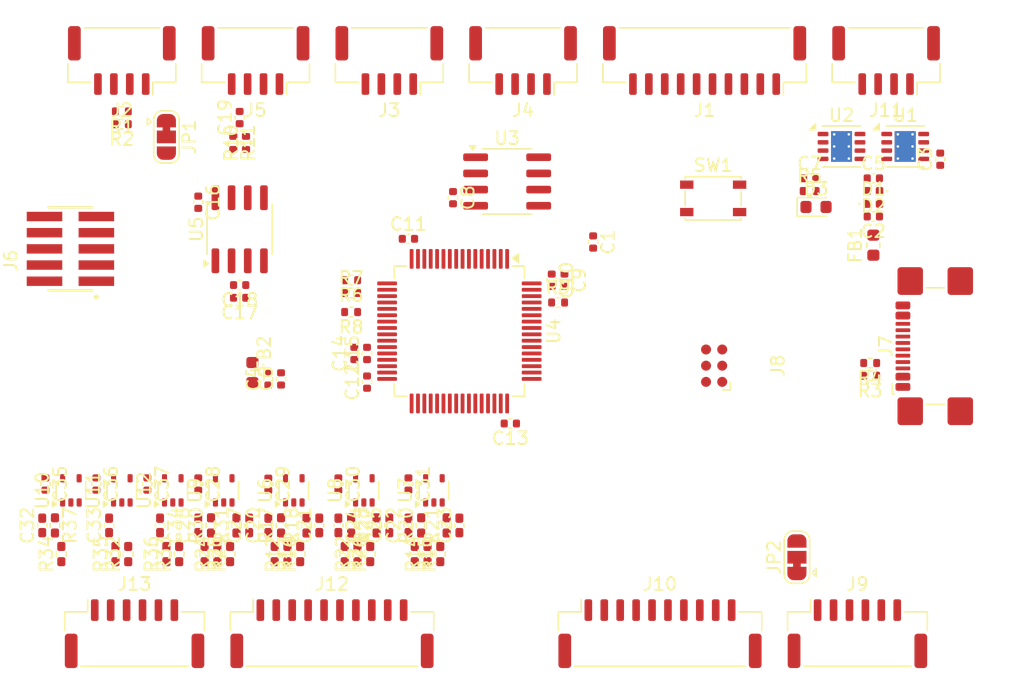
<source format=kicad_pcb>
(kicad_pcb (version 20241229) (generator "pcbnew") (generator_version "9.0")
  (layers (0 "F.Cu" signal) (2 "B.Cu" signal) (13 "F.Paste" user) (15 "B.Paste" user) (5 "F.SilkS" user "F.Silkscreen") (7 "B.SilkS" user "B.Silkscreen") (1 "F.Mask" user) (3 "B.Mask" user) (25 "Edge.Cuts" user))
  (net 0 "")
  (net 1 "+12V")
  (net 2 "GND")
  (net 3 "+3V3A")
  (net 4 "+5V")
  (net 5 "+3.3V")
  (net 6 "/NRST")
  (net 7 "/PWR_USB_FLT")
  (net 8 "/Motor_ADC_Buffer/CURR_A_V+")
  (net 9 "/CURR_A")
  (net 10 "/Motor_ADC_Buffer/CURR_A_V-")
  (net 11 "/Motor_ADC_Buffer/CURR_C_V+")
  (net 12 "/Motor_ADC_Buffer/CURR_C_V-")
  (net 13 "/CURR_C")
  (net 14 "/Motor_ADC_Buffer/CURR_B_V+")
  (net 15 "/Motor_ADC_Buffer/CURR_B_V-")
  (net 16 "/CURR_B")
  (net 17 "/Motor_ADC_Buffer/VOLT_DC_V+")
  (net 18 "/VOLT_DC")
  (net 19 "/Motor_ADC_Buffer/VOLT_DC_V-")
  (net 20 "/Other_ADC_Buffer/ACC_V+")
  (net 21 "/Other_ADC_Buffer/THM_1_V+")
  (net 22 "/Other_ADC_Buffer/THM_2_V+")
  (net 24 "/GPIO_6")
  (net 25 "/GPIO_7")
  (net 26 "/GPIO_4")
  (net 27 "/GPIO_2")
  (net 28 "/GPIO_5")
  (net 30 "/GPIO_1")
  (net 31 "/GPIO_3")
  (net 34 "/I2C_SDA")
  (net 35 "/PWR_I2C")
  (net 36 "/I2C_SCL")
  (net 39 "/UART2_RX")
  (net 40 "/UART1_TX")
  (net 41 "/UART1_RX")
  (net 42 "/UART2_TX")
  (net 43 "+3V3")
  (net 44 "/SWDIO")
  (net 45 "/SWCLK")
  (net 46 "/MCU/CAN_MID")
  (net 47 "/CANL")
  (net 48 "/CANH")
  (net 51 "/SPI_MOSI")
  (net 52 "/SPI_SCK")
  (net 53 "/SPI_NSS")
  (net 54 "/SPI_MISO")
  (net 55 "/PWM_A_LO")
  (net 56 "/PWM_A_HI")
  (net 57 "/PWM_B_LO")
  (net 59 "/PWM_C_HI")
  (net 60 "/PWM_B_HI")
  (net 62 "/PWM_EN")
  (net 63 "/PWM_C_LO")
  (net 64 "/POS_A")
  (net 65 "/PWR_POS")
  (net 66 "/PWR_USB")
  (net 67 "/POS_B")
  (net 68 "/POS_C{slash}RES_OUT")
  (net 69 "/POS_Z")
  (net 70 "/CURR_A+")
  (net 71 "/CURR_C-")
  (net 72 "/CURR_C+")
  (net 73 "/CURR_B+")
  (net 75 "/CURR_A-")
  (net 76 "/VOLT_DC-")
  (net 77 "/VOLT_DC+")
  (net 79 "/CURR_B-")
  (net 80 "/ACC+")
  (net 81 "/USB_D+")
  (net 82 "/THM_1+")
  (net 83 "/THM_2+")
  (net 85 "/MCU/BOOT0")
  (net 91 "/USB_CC2")
  (net 92 "/USB_D-")
  (net 93 "/USB_CC1")
  (net 98 "/THM_2")
  (net 100 "/ACC")
  (net 103 "/THM_1")
  (net 108 "/MCU/SPI1_NSS_MC")
  (net 109 "/MCU/SPI1_SCK_MC")
  (net 110 "/MCU/SPI1_MOSI_MC")
  (net 114 "/MCU/SPI2_MOSI")
  (net 115 "/MCU/SPI2_SCK")
  (net 116 "/MCU/SPI2_MISO")
  (net 117 "/MCU/SPI2_NSS")
  (net 121 "Net-(D3-A)")
  (net 124 "/MCU/FDCAN_TX")
  (net 125 "/MCU/FDCAN_RX")
  (footprint "Resistor_SMD:R_0402_1005Metric_Pad0.72x0.64mm_HandSolder" (layer "F.Cu") (at 118.25 115.75 90)
    (property "Reference" "R33" (at 0 -1.17 90) (layer "F.SilkS"))
    (property "Value" "820")
    (pad "1" smd roundrect (at -0.5975 0 90) (size 0.715 0.64) (layers "F.Cu" "F.Mask" "F.Paste") (net 83 "/THM_2+"))
    (pad "2" smd roundrect (at 0.5975 0 90) (size 0.715 0.64) (layers "F.Cu" "F.Mask" "F.Paste") (net 5 "+3.3V"))
  )
  (footprint "Resistor_SMD:R_0402_1005Metric_Pad0.72x0.64mm_HandSolder" (layer "F.Cu") (at 120.75 113.5 90)
    (property "Reference" "R30" (at 0 -1.17 90) (layer "F.SilkS"))
    (property "Value" "R")
    (pad "1" smd roundrect (at -0.5975 0 90) (size 0.715 0.64) (layers "F.Cu" "F.Mask" "F.Paste") (net 17 "/Motor_ADC_Buffer/VOLT_DC_V+"))
    (pad "2" smd roundrect (at 0.5975 0 90) (size 0.715 0.64) (layers "F.Cu" "F.Mask" "F.Paste") (net 2 "GND"))
  )
  (footprint "Capacitor_SMD:C_0402_1005Metric" (layer "F.Cu") (at 126.25 102 90)
    (property "Reference" "C6" (at 0 -1.16 90) (layer "F.SilkS"))
    (property "Value" "1u")
    (pad "1" smd roundrect (at -0.48 0 90) (size 0.56 0.62) (layers "F.Cu" "F.Mask" "F.Paste") (net 3 "+3V3A"))
    (pad "2" smd roundrect (at 0.48 0 90) (size 0.56 0.62) (layers "F.Cu" "F.Mask" "F.Paste") (net 2 "GND"))
  )
  (footprint "Resistor_SMD:R_0402_1005Metric_Pad0.72x0.64mm_HandSolder" (layer "F.Cu") (at 126.25 113.5 90)
    (property "Reference" "R17" (at 0 -1.17 90) (layer "F.SilkS"))
    (property "Value" "R")
    (pad "1" smd roundrect (at -0.5975 0 90) (size 0.715 0.64) (layers "F.Cu" "F.Mask" "F.Paste") (net 8 "/Motor_ADC_Buffer/CURR_A_V+"))
    (pad "2" smd roundrect (at 0.5975 0 90) (size 0.715 0.64) (layers "F.Cu" "F.Mask" "F.Paste") (net 2 "GND"))
  )
  (footprint "Capacitor_SMD:C_0402_1005Metric_Pad0.74x0.62mm_HandSolder" (layer "F.Cu") (at 140.25 113.5 90)
    (property "Reference" "C23" (at 0 -1.16 90) (layer "F.SilkS"))
    (property "Value" "C")
    (pad "1" smd roundrect (at -0.5675 0 90) (size 0.735 0.62) (layers "F.Cu" "F.Mask" "F.Paste") (net 12 "/Motor_ADC_Buffer/CURR_C_V-"))
    (pad "2" smd roundrect (at 0.5675 0 90) (size 0.735 0.62) (layers "F.Cu" "F.Mask" "F.Paste") (net 13 "/CURR_C"))
  )
  (footprint "Resistor_SMD:R_0402_1005Metric_Pad0.72x0.64mm_HandSolder" (layer "F.Cu") (at 120.25 115.75 -90)
    (property "Reference" "R29" (at 0 -1.17 90) (layer "F.SilkS"))
    (property "Value" "R")
    (pad "1" smd roundrect (at -0.5975 0 270) (size 0.715 0.64) (layers "F.Cu" "F.Mask" "F.Paste") (net 17 "/Motor_ADC_Buffer/VOLT_DC_V+"))
    (pad "2" smd roundrect (at 0.5975 0 270) (size 0.715 0.64) (layers "F.Cu" "F.Mask" "F.Paste") (net 3 "+3V3A"))
  )
  (footprint "Resistor_SMD:R_0402_1005Metric_Pad0.72x0.64mm_HandSolder" (layer "F.Cu") (at 137.25 113.5 90)
    (property "Reference" "R20" (at 0 -1.17 90) (layer "F.SilkS"))
    (property "Value" "R")
    (pad "1" smd roundrect (at -0.5975 0 90) (size 0.715 0.64) (layers "F.Cu" "F.Mask" "F.Paste") (net 11 "/Motor_ADC_Buffer/CURR_C_V+"))
    (pad "2" smd roundrect (at 0.5975 0 90) (size 0.715 0.64) (layers "F.Cu" "F.Mask" "F.Paste") (net 2 "GND"))
  )
  (footprint "Resistor_SMD:R_0402_1005Metric_Pad0.72x0.64mm_HandSolder" (layer "F.Cu") (at 117.25 115.75 90)
    (property "Reference" "R36" (at 0 -1.17 90) (layer "F.SilkS"))
    (property "Value" "470k")
    (pad "1" smd roundrect (at -0.5975 0 90) (size 0.715 0.64) (layers "F.Cu" "F.Mask" "F.Paste") (net 83 "/THM_2+"))
    (pad "2" smd roundrect (at 0.5975 0 90) (size 0.715 0.64) (layers "F.Cu" "F.Mask" "F.Paste") (net 22 "/Other_ADC_Buffer/THM_2_V+"))
  )
  (footprint "Capacitor_SMD:C_0402_1005Metric" (layer "F.Cu") (at 111.75 110.25 -90)
    (property "Reference" "C36" (at 0 -1.16 90) (layer "F.SilkS"))
    (property "Value" "100n")
    (pad "1" smd roundrect (at -0.48 0 270) (size 0.56 0.62) (layers "F.Cu" "F.Mask" "F.Paste") (net 3 "+3V3A"))
    (pad "2" smd roundrect (at 0.48 0 270) (size 0.56 0.62) (layers "F.Cu" "F.Mask" "F.Paste") (net 2 "GND"))
  )
  (footprint "Connector_JST:JST_GH_SM10B-GHS-TB_1x10-1MP_P1.25mm_Horizontal" (layer "F.Cu") (at 159.5 77 180)
    (property "Reference" "J1" (at 0 -3.9 0) (layer "F.SilkS"))
    (property "Value" "GPIO")
    (pad "1" smd roundrect (at -5.625 -1.85 180) (size 0.6 1.7) (layers "F.Cu" "F.Mask" "F.Paste") (net 4 "+5V"))
    (pad "2" smd roundrect (at -4.375 -1.85 180) (size 0.6 1.7) (layers "F.Cu" "F.Mask" "F.Paste") (net 43 "+3V3"))
    (pad "3" smd roundrect (at -3.125 -1.85 180) (size 0.6 1.7) (layers "F.Cu" "F.Mask" "F.Paste") (net 2 "GND"))
    (pad "4" smd roundrect (at -1.875 -1.85 180) (size 0.6 1.7) (layers "F.Cu" "F.Mask" "F.Paste") (net 30 "/GPIO_1"))
    (pad "5" smd roundrect (at -0.625 -1.85 180) (size 0.6 1.7) (layers "F.Cu" "F.Mask" "F.Paste") (net 27 "/GPIO_2"))
    (pad "6" smd roundrect (at 0.625 -1.85 180) (size 0.6 1.7) (layers "F.Cu" "F.Mask" "F.Paste") (net 31 "/GPIO_3"))
    (pad "7" smd roundrect (at 1.875 -1.85 180) (size 0.6 1.7) (layers "F.Cu" "F.Mask" "F.Paste") (net 26 "/GPIO_4"))
    (pad "8" smd roundrect (at 3.125 -1.85 180) (size 0.6 1.7) (layers "F.Cu" "F.Mask" "F.Paste") (net 28 "/GPIO_5"))
    (pad "9" smd roundrect (at 4.375 -1.85 180) (size 0.6 1.7) (layers "F.Cu" "F.Mask" "F.Paste") (net 24 "/GPIO_6"))
    (pad "10" smd roundrect (at 5.625 -1.85 180) (size 0.6 1.7) (layers "F.Cu" "F.Mask" "F.Paste") (net 25 "/GPIO_7"))
    (pad "MP" smd roundrect (at -7.475 1.35 180) (size 1 2.7) (layers "F.Cu" "F.Mask" "F.Paste"))
    (pad "MP" smd roundrect (at 7.475 1.35 180) (size 1 2.7) (layers "F.Cu" "F.Mask" "F.Paste"))
  )
  (footprint "Connector_JST:JST_GH_SM10B-GHS-TB_1x10-1MP_P1.25mm_Horizontal" (layer "F.Cu") (at 130.25 122)
    (property "Reference" "J12" (at 0 -3.9 0) (layer "F.SilkS"))
    (property "Value" "POWER_SENSE")
    (pad "1" smd roundrect (at -5.625 -1.85) (size 0.6 1.7) (layers "F.Cu" "F.Mask" "F.Paste") (net 4 "+5V"))
    (pad "2" smd roundrect (at -4.375 -1.85) (size 0.6 1.7) (layers "F.Cu" "F.Mask" "F.Paste") (net 2 "GND"))
    (pad "3" smd roundrect (at -3.125 -1.85) (size 0.6 1.7) (layers "F.Cu" "F.Mask" "F.Paste") (net 77 "/VOLT_DC+"))
    (pad "4" smd roundrect (at -1.875 -1.85) (size 0.6 1.7) (layers "F.Cu" "F.Mask" "F.Paste") (net 76 "/VOLT_DC-"))
    (pad "5" smd roundrect (at -0.625 -1.85) (size 0.6 1.7) (layers "F.Cu" "F.Mask" "F.Paste") (net 70 "/CURR_A+"))
    (pad "6" smd roundrect (at 0.625 -1.85) (size 0.6 1.7) (layers "F.Cu" "F.Mask" "F.Paste") (net 75 "/CURR_A-"))
    (pad "7" smd roundrect (at 1.875 -1.85) (size 0.6 1.7) (layers "F.Cu" "F.Mask" "F.Paste") (net 73 "/CURR_B+"))
    (pad "8" smd roundrect (at 3.125 -1.85) (size 0.6 1.7) (layers "F.Cu" "F.Mask" "F.Paste") (net 79 "/CURR_B-"))
    (pad "9" smd roundrect (at 4.375 -1.85) (size 0.6 1.7) (layers "F.Cu" "F.Mask" "F.Paste") (net 72 "/CURR_C+"))
    (pad "10" smd roundrect (at 5.625 -1.85) (size 0.6 1.7) (layers "F.Cu" "F.Mask" "F.Paste") (net 71 "/CURR_C-"))
    (pad "MP" smd roundrect (at -7.475 1.35) (size 1 2.7) (layers "F.Cu" "F.Mask" "F.Paste"))
    (pad "MP" smd roundrect (at 7.475 1.35) (size 1 2.7) (layers "F.Cu" "F.Mask" "F.Paste"))
  )
  (footprint "Capacitor_SMD:C_0402_1005Metric_Pad0.74x0.62mm_HandSolder" (layer "F.Cu") (at 125.25 113.5 90)
    (property "Reference" "C20" (at 0 -1.16 90) (layer "F.SilkS"))
    (property "Value" "C")
    (pad "1" smd roundrect (at -0.5675 0 90) (size 0.735 0.62) (layers "F.Cu" "F.Mask" "F.Paste") (net 8 "/Motor_ADC_Buffer/CURR_A_V+"))
    (pad "2" smd roundrect (at 0.5675 0 90) (size 0.735 0.62) (layers "F.Cu" "F.Mask" "F.Paste") (net 2 "GND"))
  )
  (footprint "Capacitor_SMD:C_0402_1005Metric_Pad0.74x0.62mm_HandSolder" (layer "F.Cu") (at 112.75 113.5 90)
    (property "Reference" "C33" (at 0 -1.16 90) (layer "F.SilkS"))
    (property "Value" "100n")
    (pad "1" smd roundrect (at -0.5675 0 90) (size 0.735 0.62) (layers "F.Cu" "F.Mask" "F.Paste") (net 21 "/Other_ADC_Buffer/THM_1_V+"))
    (pad "2" smd roundrect (at 0.5675 0 90) (size 0.735 0.62) (layers "F.Cu" "F.Mask" "F.Paste") (net 2 "GND"))
  )
  (footprint "Package_SO:SOIC-8_3.9x4.9mm_P1.27mm" (layer "F.Cu") (at 144 86.5)
    (property "Reference" "U3" (at 0 -3.4 0) (layer "F.SilkS"))
    (property "Value" "M95256-WMN6P")
    (pad "1" smd roundrect (at -2.475 -1.905) (size 1.95 0.6) (layers "F.Cu" "F.Mask" "F.Paste") (net 117 "/MCU/SPI2_NSS"))
    (pad "2" smd roundrect (at -2.475 -0.635) (size 1.95 0.6) (layers "F.Cu" "F.Mask" "F.Paste") (net 116 "/MCU/SPI2_MISO"))
    (pad "3" smd roundrect (at -2.475 0.635) (size 1.95 0.6) (layers "F.Cu" "F.Mask" "F.Paste") (net 43 "+3V3"))
    (pad "4" smd roundrect (at -2.475 1.905) (size 1.95 0.6) (layers "F.Cu" "F.Mask" "F.Paste") (net 2 "GND"))
    (pad "5" smd roundrect (at 2.475 1.905) (size 1.95 0.6) (layers "F.Cu" "F.Mask" "F.Paste") (net 114 "/MCU/SPI2_MOSI"))
    (pad "6" smd roundrect (at 2.475 0.635) (size 1.95 0.6) (layers "F.Cu" "F.Mask" "F.Paste") (net 115 "/MCU/SPI2_SCK"))
    (pad "7" smd roundrect (at 2.475 -0.635) (size 1.95 0.6) (layers "F.Cu" "F.Mask" "F.Paste") (net 43 "+3V3"))
    (pad "8" smd roundrect (at 2.475 -1.905) (size 1.95 0.6) (layers "F.Cu" "F.Mask" "F.Paste") (net 43 "+3V3"))
  )
  (footprint "Capacitor_SMD:C_0402_1005Metric" (layer "F.Cu") (at 136.25 91)
    (property "Reference" "C11" (at 0 -1.16 0) (layer "F.SilkS"))
    (property "Value" "100n")
    (pad "1" smd roundrect (at -0.48 0) (size 0.56 0.62) (layers "F.Cu" "F.Mask" "F.Paste") (net 43 "+3V3"))
    (pad "2" smd roundrect (at 0.48 0) (size 0.56 0.62) (layers "F.Cu" "F.Mask" "F.Paste") (net 2 "GND"))
  )
  (footprint "Resistor_SMD:R_0402_1005Metric" (layer "F.Cu") (at 172.5 100.75 180)
    (property "Reference" "R4" (at 0 -1.17 0) (layer "F.SilkS"))
    (property "Value" "5k1")
    (pad "1" smd roundrect (at -0.51 0 180) (size 0.54 0.64) (layers "F.Cu" "F.Mask" "F.Paste") (net 93 "/USB_CC1"))
    (pad "2" smd roundrect (at 0.51 0 180) (size 0.54 0.64) (layers "F.Cu" "F.Mask" "F.Paste") (net 2 "GND"))
  )
  (footprint "Package_TO_SOT_SMD:SOT-353_SC-70-5" (layer "F.Cu") (at 117.75 110.75 90)
    (property "Reference" "U12" (at 0 -2.25 90) (layer "F.SilkS"))
    (property "Value" "TLV6001DCK")
    (pad "1" smd roundrect (at -0.95 -0.65 90) (size 0.65 0.4) (layers "F.Cu" "F.Mask" "F.Paste") (net 22 "/Other_ADC_Buffer/THM_2_V+"))
    (pad "2" smd roundrect (at -0.95 0 90) (size 0.65 0.4) (layers "F.Cu" "F.Mask" "F.Paste") (net 2 "GND"))
    (pad "3" smd roundrect (at -0.95 0.65 90) (size 0.65 0.4) (layers "F.Cu" "F.Mask" "F.Paste") (net 98 "/THM_2"))
    (pad "4" smd roundrect (at 0.95 0.65 90) (size 0.65 0.4) (layers "F.Cu" "F.Mask" "F.Paste") (net 98 "/THM_2"))
    (pad "5" smd roundrect (at 0.95 -0.65 90) (size 0.65 0.4) (layers "F.Cu" "F.Mask" "F.Paste") (net 3 "+3V3A"))
  )
  (footprint "Capacitor_SMD:C_0402_1005Metric" (layer "F.Cu") (at 115.75 110.25 -90)
    (property "Reference" "C37" (at 0 -1.16 90) (layer "F.SilkS"))
    (property "Value" "100n")
    (pad "1" smd roundrect (at -0.48 0 270) (size 0.56 0.62) (layers "F.Cu" "F.Mask" "F.Paste") (net 3 "+3V3A"))
    (pad "2" smd roundrect (at 0.48 0 270) (size 0.56 0.62) (layers "F.Cu" "F.Mask" "F.Paste") (net 2 "GND"))
  )
  (footprint "Capacitor_SMD:C_0402_1005Metric" (layer "F.Cu") (at 123 95.63 180)
    (property "Reference" "C17" (at 0 -1.16 0) (layer "F.SilkS"))
    (property "Value" "4u7")
    (pad "1" smd roundrect (at -0.48 0 180) (size 0.56 0.62) (layers "F.Cu" "F.Mask" "F.Paste") (net 4 "+5V"))
    (pad "2" smd roundrect (at 0.48 0 180) (size 0.56 0.62) (layers "F.Cu" "F.Mask" "F.Paste") (net 2 "GND"))
  )
  (footprint "Connector_JST:JST_GH_SM06B-GHS-TB_1x06-1MP_P1.25mm_Horizontal" (layer "F.Cu") (at 171.5 122)
    (property "Reference" "J9" (at 0 -3.9 0) (layer "F.SilkS"))
    (property "Value" "POS_SENSE")
    (pad "1" smd roundrect (at -3.125 -1.85) (size 0.6 1.7) (layers "F.Cu" "F.Mask" "F.Paste") (net 65 "/PWR_POS"))
    (pad "2" smd roundrect (at -1.875 -1.85) (size 0.6 1.7) (layers "F.Cu" "F.Mask" "F.Paste") (net 2 "GND"))
    (pad "3" smd roundrect (at -0.625 -1.85) (size 0.6 1.7) (layers "F.Cu" "F.Mask" "F.Paste") (net 64 "/POS_A"))
    (pad "4" smd roundrect (at 0.625 -1.85) (size 0.6 1.7) (layers "F.Cu" "F.Mask" "F.Paste") (net 67 "/POS_B"))
    (pad "5" smd roundrect (at 1.875 -1.85) (size 0.6 1.7) (layers "F.Cu" "F.Mask" "F.Paste") (net 68 "/POS_C{slash}RES_OUT"))
    (pad "6" smd roundrect (at 3.125 -1.85) (size 0.6 1.7) (layers "F.Cu" "F.Mask" "F.Paste") (net 69 "/POS_Z"))
    (pad "MP" smd roundrect (at -4.975 1.35) (size 1 2.7) (layers "F.Cu" "F.Mask" "F.Paste"))
    (pad "MP" smd roundrect (at 4.975 1.35) (size 1 2.7) (layers "F.Cu" "F.Mask" "F.Paste"))
  )
  (footprint "Diode_SMD:D_0402_1005Metric" (layer "F.Cu") (at 172.75 88.25)
    (property "Reference" "D1" (at 0 -1.17 0) (layer "F.SilkS"))
    (property "Value" "D_Schottky")
    (pad "1" smd roundrect (at -0.485 0) (size 0.59 0.64) (layers "F.Cu" "F.Mask" "F.Paste") (net 4 "+5V"))
    (pad "2" smd roundrect (at 0.485 0) (size 0.59 0.64) (layers "F.Cu" "F.Mask" "F.Paste") (net 7 "/PWR_USB_FLT"))
  )
  (footprint "Resistor_SMD:R_0402_1005Metric" (layer "F.Cu") (at 131.75 95.25)
    (property "Reference" "R7" (at 0 -1.17 0) (layer "F.SilkS"))
    (property "Value" "22R")
    (pad "1" smd roundrect (at -0.51 0) (size 0.54 0.64) (layers "F.Cu" "F.Mask" "F.Paste") (net 109 "/MCU/SPI1_SCK_MC"))
    (pad "2" smd roundrect (at 0.51 0) (size 0.54 0.64) (layers "F.Cu" "F.Mask" "F.Paste") (net 52 "/SPI_SCK"))
  )
  (footprint "Package_TO_SOT_SMD:SOT-353_SC-70-5" (layer "F.Cu") (at 132.75 110.75 90)
    (property "Reference" "U8" (at 0 -2.25 90) (layer "F.SilkS"))
    (property "Value" "TLV6001DCK")
    (pad "1" smd roundrect (at -0.95 -0.65 90) (size 0.65 0.4) (layers "F.Cu" "F.Mask" "F.Paste") (net 14 "/Motor_ADC_Buffer/CURR_B_V+"))
    (pad "2" smd roundrect (at -0.95 0 90) (size 0.65 0.4) (layers "F.Cu" "F.Mask" "F.Paste") (net 2 "GND"))
    (pad "3" smd roundrect (at -0.95 0.65 90) (size 0.65 0.4) (layers "F.Cu" "F.Mask" "F.Paste") (net 15 "/Motor_ADC_Buffer/CURR_B_V-"))
    (pad "4" smd roundrect (at 0.95 0.65 90) (size 0.65 0.4) (layers "F.Cu" "F.Mask" "F.Paste") (net 16 "/CURR_B"))
    (pad "5" smd roundrect (at 0.95 -0.65 90) (size 0.65 0.4) (layers "F.Cu" "F.Mask" "F.Paste") (net 3 "+3V3A"))
  )
  (footprint "Capacitor_SMD:C_0402_1005Metric" (layer "F.Cu") (at 132 100 90)
    (property "Reference" "C14" (at 0 -1.16 90) (layer "F.SilkS"))
    (property "Value" "1u")
    (pad "1" smd roundrect (at -0.48 0 90) (size 0.56 0.62) (layers "F.Cu" "F.Mask" "F.Paste") (net 3 "+3V3A"))
    (pad "2" smd roundrect (at 0.48 0 90) (size 0.56 0.62) (layers "F.Cu" "F.Mask" "F.Paste") (net 2 "GND"))
  )
  (footprint "Capacitor_SMD:C_0402_1005Metric_Pad0.74x0.62mm_HandSolder" (layer "F.Cu") (at 123.75 113.5 90)
    (property "Reference" "C27" (at 0 -1.16 90) (layer "F.SilkS"))
    (property "Value" "C")
    (pad "1" smd roundrect (at -0.5675 0 90) (size 0.735 0.62) (layers "F.Cu" "F.Mask" "F.Paste") (net 19 "/Motor_ADC_Buffer/VOLT_DC_V-"))
    (pad "2" smd roundrect (at 0.5675 0 90) (size 0.735 0.62) (layers "F.Cu" "F.Mask" "F.Paste") (net 18 "/VOLT_DC"))
  )
  (footprint "Connector_JST:JST_GH_SM04B-GHS-TB_1x04-1MP_P1.25mm_Horizontal" (layer "F.Cu") (at 145.25 77 180)
    (property "Reference" "J4" (at 0 -3.9 0) (layer "F.SilkS"))
    (property "Value" "SERIAL_2")
    (pad "1" smd roundrect (at -1.875 -1.85 180) (size 0.6 1.7) (layers "F.Cu" "F.Mask" "F.Paste") (net 4 "+5V"))
    (pad "2" smd roundrect (at -0.625 -1.85 180) (size 0.6 1.7) (layers "F.Cu" "F.Mask" "F.Paste") (net 2 "GND"))
    (pad "3" smd roundrect (at 0.625 -1.85 180) (size 0.6 1.7) (layers "F.Cu" "F.Mask" "F.Paste") (net 39 "/UART2_RX"))
    (pad "4" smd roundrect (at 1.875 -1.85 180) (size 0.6 1.7) (layers "F.Cu" "F.Mask" "F.Paste") (net 42 "/UART2_TX"))
    (pad "MP" smd roundrect (at -3.725 1.35 180) (size 1 2.7) (layers "F.Cu" "F.Mask" "F.Paste"))
    (pad "MP" smd roundrect (at 3.725 1.35 180) (size 1 2.7) (layers "F.Cu" "F.Mask" "F.Paste"))
  )
  (footprint "Resistor_SMD:R_0402_1005Metric" (layer "F.Cu") (at 113.75 82 180)
    (property "Reference" "R2" (at 0 -1.17 0) (layer "F.SilkS"))
    (property "Value" "10k")
    (pad "1" smd roundrect (at -0.51 0 180) (size 0.54 0.64) (layers "F.Cu" "F.Mask" "F.Paste") (net 35 "/PWR_I2C"))
    (pad "2" smd roundrect (at 0.51 0 180) (size 0.54 0.64) (layers "F.Cu" "F.Mask" "F.Paste") (net 36 "/I2C_SCL"))
  )
  (footprint "Package_TO_SOT_SMD:SOT-353_SC-70-5" (layer "F.Cu") (at 127.25 110.75 90)
    (property "Reference" "U6" (at 0 -2.25 90) (layer "F.SilkS"))
    (property "Value" "TLV6001DCK")
    (pad "1" smd roundrect (at -0.95 -0.65 90) (size 0.65 0.4) (layers "F.Cu" "F.Mask" "F.Paste") (net 8 "/Motor_ADC_Buffer/CURR_A_V+"))
    (pad "2" smd roundrect (at -0.95 0 90) (size 0.65 0.4) (layers "F.Cu" "F.Mask" "F.Paste") (net 2 "GND"))
    (pad "3" smd roundrect (at -0.95 0.65 90) (size 0.65 0.4) (layers "F.Cu" "F.Mask" "F.Paste") (net 10 "/Motor_ADC_Buffer/CURR_A_V-"))
    (pad "4" smd roundrect (at 0.95 0.65 90) (size 0.65 0.4) (layers "F.Cu" "F.Mask" "F.Paste") (net 9 "/CURR_A"))
    (pad "5" smd roundrect (at 0.95 -0.65 90) (size 0.65 0.4) (layers "F.Cu" "F.Mask" "F.Paste") (net 3 "+3V3A"))
  )
  (footprint "Capacitor_SMD:C_0402_1005Metric" (layer "F.Cu") (at 119.75 110.25 -90)
    (property "Reference" "C28" (at 0 -1.16 90) (layer "F.SilkS"))
    (property "Value" "100n")
    (pad "1" smd roundrect (at -0.48 0 270) (size 0.56 0.62) (layers "F.Cu" "F.Mask" "F.Paste") (net 3 "+3V3A"))
    (pad "2" smd roundrect (at 0.48 0 270) (size 0.56 0.62) (layers "F.Cu" "F.Mask" "F.Paste") (net 2 "GND"))
  )
  (footprint "Resistor_SMD:R_0402_1005Metric_Pad0.72x0.64mm_HandSolder" (layer "F.Cu") (at 131.75 113.5 -90)
    (property "Reference" "R27" (at 0 -1.17 90) (layer "F.SilkS"))
    (property "Value" "R")
    (pad "1" smd roundrect (at -0.5975 0 270) (size 0.715 0.64) (layers "F.Cu" "F.Mask" "F.Paste") (net 14 "/Motor_ADC_Buffer/CURR_B_V+"))
    (pad "2" smd roundrect (at 0.5975 0 270) (size 0.715 0.64) (layers "F.Cu" "F.Mask" "F.Paste") (net 2 "GND"))
  )
  (footprint "Capacitor_SMD:C_0402_1005Metric" (layer "F.Cu") (at 125.25 102 90)
    (property "Reference" "C4" (at 0 -1.16 90) (layer "F.SilkS"))
    (property "Value" "22u")
    (pad "1" smd roundrect (at -0.48 0 90) (size 0.56 0.62) (layers "F.Cu" "F.Mask" "F.Paste") (net 3 "+3V3A"))
    (pad "2" smd roundrect (at 0.48 0 90) (size 0.56 0.62) (layers "F.Cu" "F.Mask" "F.Paste") (net 2 "GND"))
  )
  (footprint "Resistor_SMD:R_0402_1005Metric_Pad0.72x0.64mm_HandSolder" (layer "F.Cu") (at 127.75 115.75 90)
    (property "Reference" "R13" (at 0 -1.17 90) (layer "F.SilkS"))
    (property "Value" "R")
    (pad "1" smd roundrect (at -0.5975 0 90) (size 0.715 0.64) (layers "F.Cu" "F.Mask" "F.Paste") (net 75 "/CURR_A-"))
    (pad "2" smd roundrect (at 0.5975 0 90) (size 0.715 0.64) (layers "F.Cu" "F.Mask" "F.Paste") (net 10 "/Motor_ADC_Buffer/CURR_A_V-"))
  )
  (footprint "Capacitor_SMD:C_0402_1005Metric_Pad0.74x0.62mm_HandSolder" (layer "F.Cu") (at 116.75 113.5 -90)
    (property "Reference" "C34" (at 0 -1.16 90) (layer "F.SilkS"))
    (property "Value" "100n")
    (pad "1" smd roundrect (at -0.5675 0 270) (size 0.735 0.62) (layers "F.Cu" "F.Mask" "F.Paste") (net 22 "/Other_ADC_Buffer/THM_2_V+"))
    (pad "2" smd roundrect (at 0.5675 0 270) (size 0.735 0.62) (layers "F.Cu" "F.Mask" "F.Paste") (net 2 "GND"))
  )
  (footprint "Capacitor_SMD:C_0402_1005Metric_Pad0.74x0.62mm_HandSolder" (layer "F.Cu") (at 134.75 113.5 90)
    (property "Reference" "C25" (at 0 -1.16 90) (layer "F.SilkS"))
    (property "Value" "C")
    (pad "1" smd roundrect (at -0.5675 0 90) (size 0.735 0.62) (layers "F.Cu" "F.Mask" "F.Paste") (net 15 "/Motor_ADC_Buffer/CURR_B_V-"))
    (pad "2" smd roundrect (at 0.5675 0 90) (size 0.735 0.62) (layers "F.Cu" "F.Mask" "F.Paste") (net 16 "/CURR_B"))
  )
  (footprint "Resistor_SMD:R_0402_1005Metric_Pad0.72x0.64mm_HandSolder" (layer "F.Cu") (at 138.75 115.75 90)
    (property "Reference" "R15" (at 0 -1.17 90) (layer "F.SilkS"))
    (property "Value" "R")
    (pad "1" smd roundrect (at -0.5975 0 90) (size 0.715 0.64) (layers "F.Cu" "F.Mask" "F.Paste") (net 71 "/CURR_C-"))
    (pad "2" smd roundrect (at 0.5975 0 90) (size 0.715 0.64) (layers "F.Cu" "F.Mask" "F.Paste") (net 12 "/Motor_ADC_Buffer/CURR_C_V-"))
  )
  (footprint "Resistor_SMD:R_0402_1005Metric_Pad0.72x0.64mm_HandSolder" (layer "F.Cu") (at 114.25 115.75 90)
    (property "Reference" "R32" (at 0 -1.17 90) (layer "F.SilkS"))
    (property "Value" "820")
    (pad "1" smd roundrect (at -0.5975 0 90) (size 0.715 0.64) (layers "F.Cu" "F.Mask" "F.Paste") (net 82 "/THM_1+"))
    (pad "2" smd roundrect (at 0.5975 0 90) (size 0.715 0.64) (layers "F.Cu" "F.Mask" "F.Paste") (net 5 "+3.3V"))
  )
  (footprint "Capacitor_SMD:C_0402_1005Metric" (layer "F.Cu") (at 172.75 89.25 180)
    (property "Reference" "C2" (at 0 -1.16 0) (layer "F.SilkS"))
    (property "Value" "1u")
    (pad "1" smd roundrect (at -0.48 0 180) (size 0.56 0.62) (layers "F.Cu" "F.Mask" "F.Paste") (net 7 "/PWR_USB_FLT"))
    (pad "2" smd roundrect (at 0.48 0 180) (size 0.56 0.62) (layers "F.Cu" "F.Mask" "F.Paste") (net 2 "GND"))
  )
  (footprint "Connector:Tag-Connect_TC2030-IDC-FP_2x03_P1.27mm_Vertical" (layer "F.Cu") (at 160.25 100.96 90)
    (property "Reference" "J8" (at 0 5 90) (layer "F.SilkS"))
    (property "Value" "SWD")
    (pad "" np_thru_hole circle (at -2.54 -2.54 90) (size 2.3749 2.3749) (drill 2.3749) (layers "*.Cu" "*.Mask"))
    (pad "" np_thru_hole circle (at -2.54 0 90) (size 0.9906 0.9906) (drill 0.9906) (layers "*.Cu" "*.Mask"))
    (pad "" np_thru_hole circle (at -2.54 2.54 90) (size 2.3749 2.3749) (drill 2.3749) (layers "*.Cu" "*.Mask"))
    (pad "" np_thru_hole circle (at 0.635 -2.54 90) (size 2.3749 2.3749) (drill 2.3749) (layers "*.Cu" "*.Mask"))
    (pad "" np_thru_hole circle (at 0.635 2.54 90) (size 2.3749 2.3749) (drill 2.3749) (layers "*.Cu" "*.Mask"))
    (pad "" np_thru_hole circle (at 2.54 -1.016 90) (size 0.9906 0.9906) (drill 0.9906) (layers "*.Cu" "*.Mask"))
    (pad "" np_thru_hole circle (at 2.54 1.016 90) (size 0.9906 0.9906) (drill 0.9906) (layers "*.Cu" "*.Mask"))
    (pad "1" connect circle (at -1.27 0.635 90) (size 0.7874 0.7874) (layers "F.Cu" "F.Mask") (net 43 "+3V3"))
    (pad "2" connect circle (at -1.27 -0.635 90) (size 0.7874 0.7874) (layers "F.Cu" "F.Mask") (net 44 "/SWDIO"))
    (pad "3" connect circle (at 0 0.635 90) (size 0.7874 0.7874) (layers "F.Cu" "F.Mask") (net 6 "/NRST"))
    (pad "4" connect circle (at 0 -0.635 90) (size 0.7874 0.7874) (layers "F.Cu" "F.Mask") (net 45 "/SWCLK"))
    (pad "5" connect circle (at 1.27 0.635 90) (size 0.7874 0.7874) (layers "F.Cu" "F.Mask") (net 2 "GND"))
    (pad "6" connect circle (at 1.27 -0.635 90) (size 0.7874 0.7874) (layers "F.Cu" "F.Mask"))
  )
  (footprint "Capacitor_SMD:C_0402_1005Metric_Pad0.74x0.62mm_HandSolder" (layer "F.Cu") (at 130.75 113.5 -90)
    (property "Reference" "C24" (at 0 -1.16 90) (layer "F.SilkS"))
    (property "Value" "C")
    (pad "1" smd roundrect (at -0.5675 0 270) (size 0.735 0.62) (layers "F.Cu" "F.Mask" "F.Paste") (net 14 "/Motor_ADC_Buffer/CURR_B_V+"))
    (pad "2" smd roundrect (at 0.5675 0 270) (size 0.735 0.62) (layers "F.Cu" "F.Mask" "F.Paste") (net 2 "GND"))
  )
  (footprint "Connector_JST:JST_GH_SM04B-GHS-TB_1x04-1MP_P1.25mm_Horizontal" (layer "F.Cu") (at 173.75 77 180)
    (property "Reference" "J11" (at 0 -3.9 0) (layer "F.SilkS"))
    (property "Value" "PWR")
    (pad "1" smd roundrect (at -1.875 -1.85 180) (size 0.6 1.7) (layers "F.Cu" "F.Mask" "F.Paste") (net 1 "+12V"))
    (pad "2" smd roundrect (at -0.625 -1.85 180) (size 0.6 1.7) (layers "F.Cu" "F.Mask" "F.Paste") (net 4 "+5V"))
    (pad "3" smd roundrect (at 0.625 -1.85 180) (size 0.6 1.7) (layers "F.Cu" "F.Mask" "F.Paste") (net 43 "+3V3"))
    (pad "4" smd roundrect (at 1.875 -1.85 180) (size 0.6 1.7) (layers "F.Cu" "F.Mask" "F.Paste") (net 2 "GND"))
    (pad "MP" smd roundrect (at -3.725 1.35 180) (size 1 2.7) (layers "F.Cu" "F.Mask" "F.Paste"))
    (pad "MP" smd roundrect (at 3.725 1.35 180) (size 1 2.7) (layers "F.Cu" "F.Mask" "F.Paste"))
  )
  (footprint "Capacitor_SMD:C_0402_1005Metric" (layer "F.Cu") (at 119.75 88.13 -90)
    (property "Reference" "C16" (at 0 -1.16 90) (layer "F.SilkS"))
    (property "Value" "100n")
    (pad "1" smd roundrect (at -0.48 0 270) (size 0.56 0.62) (layers "F.Cu" "F.Mask" "F.Paste") (net 43 "+3V3"))
    (pad "2" smd roundrect (at 0.48 0 270) (size 0.56 0.62) (layers "F.Cu" "F.Mask" "F.Paste") (net 2 "GND"))
  )
  (footprint "Capacitor_SMD:C_0402_1005Metric_Pad0.74x0.62mm_HandSolder" (layer "F.Cu") (at 107.5 113.5 90)
    (property "Reference" "C32" (at 0 -1.16 90) (layer "F.SilkS"))
    (property "Value" "100n")
    (pad "1" smd roundrect (at -0.5675 0 90) (size 0.735 0.62) (layers "F.Cu" "F.Mask" "F.Paste") (net 20 "/Other_ADC_Buffer/ACC_V+"))
    (pad "2" smd roundrect (at 0.5675 0 90) (size 0.735 0.62) (layers "F.Cu" "F.Mask" "F.Paste") (net 2 "GND"))
  )
  (footprint "Resistor_SMD:R_0402_1005Metric" (layer "F.Cu") (at 113.75 81 180)
    (property "Reference" "R1" (at 0 -1.17 0) (layer "F.SilkS"))
    (property "Value" "10k")
    (pad "1" smd roundrect (at -0.51 0 180) (size 0.54 0.64) (layers "F.Cu" "F.Mask" "F.Paste") (net 35 "/PWR_I2C"))
    (pad "2" smd roundrect (at 0.51 0 180) (size 0.54 0.64) (layers "F.Cu" "F.Mask" "F.Paste") (net 34 "/I2C_SDA"))
  )
  (footprint "Resistor_SMD:R_0402_1005Metric_Pad0.72x0.64mm_HandSolder" (layer "F.Cu") (at 139.25 113.5 90)
    (property "Reference" "R21" (at 0 -1.17 90) (layer "F.SilkS"))
    (property "Value" "R")
    (pad "1" smd roundrect (at -0.5975 0 90) (size 0.715 0.64) (layers "F.Cu" "F.Mask" "F.Paste") (net 12 "/Motor_ADC_Buffer/CURR_C_V-"))
    (pad "2" smd roundrect (at 0.5975 0 90) (size 0.715 0.64) (layers "F.Cu" "F.Mask" "F.Paste") (net 13 "/CURR_C"))
  )
  (footprint "Resistor_SMD:R_0402_1005Metric_Pad0.72x0.64mm_HandSolder" (layer "F.Cu") (at 125.75 115.75 -90)
    (property "Reference" "R16" (at 0 -1.17 90) (layer "F.SilkS"))
    (property "Value" "R")
    (pad "1" smd roundrect (at -0.5975 0 270) (size 0.715 0.64) (layers "F.Cu" "F.Mask" "F.Paste") (net 8 "/Motor_ADC_Buffer/CURR_A_V+"))
    (pad "2" smd roundrect (at 0.5975 0 270) (size 0.715 0.64) (layers "F.Cu" "F.Mask" "F.Paste") (net 3 "+3V3A"))
  )
  (footprint "Resistor_SMD:R_0402_1005Metric_Pad0.72x0.64mm_HandSolder" (layer "F.Cu") (at 133.25 115.75 90)
    (property "Reference" "R23" (at 0 -1.17 90) (layer "F.SilkS"))
    (property "Value" "R")
    (pad "1" smd roundrect (at -0.5975 0 90) (size 0.715 0.64) (layers "F.Cu" "F.Mask" "F.Paste") (net 79 "/CURR_B-"))
    (pad "2" smd roundrect (at 0.5975 0 90) (size 0.715 0.64) (layers "F.Cu" "F.Mask" "F.Paste") (net 15 "/Motor_ADC_Buffer/CURR_B_V-"))
  )
  (footprint "Diode_SMD:D_0402_1005Metric" (layer "F.Cu") (at 172.75 87.25 180)
    (property "Reference" "D2" (at 0 -1.17 0) (layer "F.SilkS"))
    (property "Value" "D_Schottky")
    (pad "1" smd roundrect (at -0.485 0 180) (size 0.59 0.64) (layers "F.Cu" "F.Mask" "F.Paste") (net 1 "+12V"))
    (pad "2" smd roundrect (at 0.485 0 180) (size 0.59 0.64) (layers "F.Cu" "F.Mask" "F.Paste") (net 4 "+5V"))
  )
  (footprint "LED_SMD:LED_0603_1608Metric" (layer "F.Cu") (at 168.25 88.5)
    (property "Reference" "D3" (at 0 -1.43 0) (layer "F.SilkS"))
    (property "Value" "LED")
    (pad "1" smd roundrect (at -0.7875 0) (size 0.875 0.95) (layers "F.Cu" "F.Mask" "F.Paste") (net 2 "GND"))
    (pad "2" smd roundrect (at 0.7875 0) (size 0.875 0.95) (layers "F.Cu" "F.Mask" "F.Paste") (net 121 "Net-(D3-A)"))
  )
  (footprint "Package_TO_SOT_SMD:SOT-353_SC-70-5" (layer "F.Cu") (at 121.75 110.75 90)
    (property "Reference" "U9" (at 0 -2.25 90) (layer "F.SilkS"))
    (property "Value" "TLV6001DCK")
    (pad "1" smd roundrect (at -0.95 -0.65 90) (size 0.65 0.4) (layers "F.Cu" "F.Mask" "F.Paste") (net 17 "/Motor_ADC_Buffer/VOLT_DC_V+"))
    (pad "2" smd roundrect (at -0.95 0 90) (size 0.65 0.4) (layers "F.Cu" "F.Mask" "F.Paste") (net 2 "GND"))
    (pad "3" smd roundrect (at -0.95 0.65 90) (size 0.65 0.4) (layers "F.Cu" "F.Mask" "F.Paste") (net 19 "/Motor_ADC_Buffer/VOLT_DC_V-"))
    (pad "4" smd roundrect (at 0.95 0.65 90) (size 0.65 0.4) (layers "F.Cu" "F.Mask" "F.Paste") (net 18 "/VOLT_DC"))
    (pad "5" smd roundrect (at 0.95 -0.65 90) (size 0.65 0.4) (layers "F.Cu" "F.Mask" "F.Paste") (net 3 "+3V3A"))
  )
  (footprint "Resistor_SMD:R_0402_1005Metric" (layer "F.Cu") (at 123.5 83.47 90)
    (property "Reference" "R10" (at 0 -1.17 90) (layer "F.SilkS"))
    (property "Value" "240R")
    (pad "1" smd roundrect (at -0.51 0 90) (size 0.54 0.64) (layers "F.Cu" "F.Mask" "F.Paste") (net 48 "/CANH"))
    (pad "2" smd roundrect (at 0.51 0 90) (size 0.54 0.64) (layers "F.Cu" "F.Mask" "F.Paste") (net 46 "/MCU/CAN_MID"))
  )
  (footprint "User_Connector:Samtec_FTSH-105-XX-X-DV-K" (layer "F.Cu") (at 109.715 91.79 90)
    (property "Reference" "J6" (at -0.931 -4.681 90) (layer "F.SilkS"))
    (property "Value" "SPI")
    (pad "1" smd rect (at -2.54 2.035 90) (size 0.74 2.79) (layers "F.Cu" "F.Mask" "F.Paste") (net 43 "+3V3"))
    (pad "2" smd rect (at -2.54 -2.035 90) (size 0.74 2.79) (layers "F.Cu" "F.Mask" "F.Paste") (net 2 "GND"))
    (pad "3" smd rect (at -1.27 2.035 90) (size 0.74 2.79) (layers "F.Cu" "F.Mask" "F.Paste") (net 51 "/SPI_MOSI"))
    (pad "4" smd rect (at -1.27 -2.035 90) (size 0.74 2.79) (layers "F.Cu" "F.Mask" "F.Paste") (net 2 "GND"))
    (pad "5" smd rect (at 0 2.035 90) (size 0.74 2.79) (layers "F.Cu" "F.Mask" "F.Paste") (net 54 "/SPI_MISO"))
    (pad "6" smd rect (at 0 -2.035 90) (size 0.74 2.79) (layers "F.Cu" "F.Mask" "F.Paste") (net 2 "GND"))
    (pad "7" smd rect (at 1.27 2.035 90) (size 0.74 2.79) (layers "F.Cu" "F.Mask" "F.Paste") (net 52 "/SPI_SCK"))
    (pad "8" smd rect (at 1.27 -2.035 90) (size 0.74 2.79) (layers "F.Cu" "F.Mask" "F.Paste") (net 2 "GND"))
    (pad "9" smd rect (at 2.54 2.035 90) (size 0.74 2.79) (layers "F.Cu" "F.Mask" "F.Paste") (net 53 "/SPI_NSS"))
    (pad "10" smd rect (at 2.54 -2.035 90) (size 0.74 2.79) (layers "F.Cu" "F.Mask" "F.Paste") (net 2 "GND"))
  )
  (footprint "Connector_USB:USB_C_Receptacle_GCT_USB4110" (layer "F.Cu") (at 178.75 99.425 90)
    (property "Reference" "J7" (at 0 -5.015 90) (layer "F.SilkS"))
    (property "Value" "USB_C_Receptacle_USB2.0_16P")
    (pad "" np_thru_hole circle (at -2.89 -2.605 90) (size 0.65 0.65) (drill 0.65) (layers "*.Cu" "*.Mask"))
    (pad "" np_thru_hole circle (at 2.89 -2.605 90) (size 0.65 0.65) (drill 0.65) (layers "*.Cu" "*.Mask"))
    (pad "A1" smd roundrect (at -3.2 -3.68 90) (size 0.6 1.15) (layers "F.Cu" "F.Mask" "F.Paste") (net 2 "GND"))
    (pad "A4" smd roundrect (at -2.4 -3.68 90) (size 0.6 1.15) (layers "F.Cu" "F.Mask" "F.Paste") (net 66 "/PWR_USB"))
    (pad "A5" smd roundrect (at -1.25 -3.68 90) (size 0.3 1.15) (layers "F.Cu" "F.Mask" "F.Paste") (net 93 "/USB_CC1"))
    (pad "A6" smd roundrect (at -0.25 -3.68 90) (size 0.3 1.15) (layers "F.Cu" "F.Mask" "F.Paste") (net 92 "/USB_D-"))
    (pad "A7" smd roundrect (at 0.25 -3.68 90) (size 0.3 1.15) (layers "F.Cu" "F.Mask" "F.Paste") (net 81 "/USB_D+"))
    (pad "A8" smd roundrect (at 1.25 -3.68 90) (size 0.3 1.15) (layers "F.Cu" "F.Mask" "F.Paste"))
    (pad "A9" smd roundrect (at 2.4 -3.68 90) (size 0.6 1.15) (layers "F.Cu" "F.Mask" "F.Paste") (net 66 "/PWR_USB"))
    (pad "A12" smd roundrect (at 3.2 -3.68 90) (size 0.6 1.15) (layers "F.Cu" "F.Mask" "F.Paste") (net 2 "GND"))
    (pad "B1" smd roundrect (at 3.2 -3.68 90) (size 0.6 1.15) (layers "F.Cu" "F.Mask" "F.Paste") (net 2 "GND"))
    (pad "B4" smd roundrect (at 2.4 -3.68 90) (size 0.6 1.15) (layers "F.Cu" "F.Mask" "F.Paste") (net 66 "/PWR_USB"))
    (pad "B5" smd roundrect (at 1.75 -3.68 90) (size 0.3 1.15) (layers "F.Cu" "F.Mask" "F.Paste") (net 91 "/USB_CC2"))
    (pad "B6" smd roundrect (at 0.75 -3.68 90) (size 0.3 1.15) (layers "F.Cu" "F.Mask" "F.Paste") (net 92 "/USB_D-"))
    (pad "B7" smd roundrect (at -0.75 -3.68 90) (size 0.3 1.15) (layers "F.Cu" "F.Mask" "F.Paste") (net 81 "/USB_D+"))
    (pad "B8" smd roundrect (at -1.75 -3.68 90) (size 0.3 1.15) (layers "F.Cu" "F.Mask" "F.Paste"))
    (pad "B9" smd roundrect (at -2.4 -3.68 90) (size 0.6 1.15) (layers "F.Cu" "F.Mask" "F.Paste") (net 66 "/PWR_USB"))
    (pad "B12" smd roundrect (at -3.2 -3.68 90) (size 0.6 1.15) (layers "F.Cu" "F.Mask" "F.Paste") (net 2 "GND"))
    (pad "S1" smd roundrect (at -5.11 -3.105 90) (size 2.18 2) (layers "F.Cu" "F.Mask" "F.Paste") (roundrect_rratio 0.125))
    (pad "S1" smd roundrect (at -5.11 0.825 90) (size 2.18 2) (layers "F.Cu" "F.Mask" "F.Paste") (roundrect_rratio 0.125))
    (pad "S1" smd roundrect (at 5.11 -3.105 90) (size 2.18 2) (layers "F.Cu" "F.Mask" "F.Paste") (roundrect_rratio 0.125))
    (pad "S1" smd roundrect (at 5.11 0.825 90) (size 2.18 2) (layers "F.Cu" "F.Mask" "F.Paste") (roundrect_rratio 0.125))
  )
  (footprint "Package_SON:VSON-8-1EP_3x3mm_P0.65mm_EP1.65x2.4mm_ThermalVias" (layer "F.Cu") (at 170.25 83.75)
    (property "Reference" "U2" (at 0 -2.45 0) (layer "F.SilkS"))
    (property "Value" "TLV76733QWDRBxQ1")
    (pad "1" smd roundrect (at -1.45 -0.975) (size 0.85 0.35) (layers "F.Cu" "F.Mask" "F.Paste") (net 43 "+3V3"))
    (pad "2" smd roundrect (at -1.45 -0.325) (size 0.85 0.35) (layers "F.Cu" "F.Mask" "F.Paste"))
    (pad "3" smd roundrect (at -1.45 0.325) (size 0.85 0.35) (layers "F.Cu" "F.Mask" "F.Paste") (net 43 "+3V3"))
    (pad "4" smd roundrect (at -1.45 0.975) (size 0.85 0.35) (layers "F.Cu" "F.Mask" "F.Paste") (net 2 "GND"))
    (pad "5" smd roundrect (at 1.45 0.975) (size 0.85 0.35) (layers "F.Cu" "F.Mask" "F.Paste") (net 4 "+5V"))
    (pad "6" smd roundrect (at 1.45 0.325) (size 0.85 0.35) (layers "F.Cu" "F.Mask" "F.Paste") (net 2 "GND"))
    (pad "7" smd roundrect (at 1.45 -0.325) (size 0.85 0.35) (layers "F.Cu" "F.Mask" "F.Paste"))
    (pad "8" smd roundrect (at 1.45 -0.975) (size 0.85 0.35) (layers "F.Cu" "F.Mask" "F.Paste") (net 4 "+5V"))
    (pad "9" thru_hole circle (at -0.575 -0.95) (size 0.5 0.5) (drill 0.2) (property pad_prop_heatsink) (layers "*.Cu") (net 2 "GND"))
    (pad "9" thru_hole circle (at -0.575 0) (size 0.5 0.5) (drill 0.2) (property pad_prop_heatsink) (layers "*.Cu") (net 2 "GND"))
    (pad "9" thru_hole circle (at -0.575 0.95) (size 0.5 0.5) (drill 0.2) (property pad_prop_heatsink) (layers "*.Cu") (net 2 "GND"))
    (pad "9" smd rect (at 0 0) (size 1.65 2.4) (property pad_prop_heatsink) (layers "F.Cu" "F.Mask") (net 2 "GND"))
    (pad "9" smd rect (at 0 0) (size 1.65 2.4) (property pad_prop_heatsink) (layers "B.Cu") (net 2 "GND"))
    (pad "9" thru_hole circle (at 0.575 -0.95) (size 0.5 0.5) (drill 0.2) (property pad_prop_heatsink) (layers "*.Cu") (net 2 "GND"))
    (pad "9" thru_hole circle (at 0.575 0) (size 0.5 0.5) (drill 0.2) (property pad_prop_heatsink) (layers "*.Cu") (net 2 "GND"))
    (pad "9" thru_hole circle (at 0.575 0.95) (size 0.5 0.5) (drill 0.2) (property pad_prop_heatsink) (layers "*.Cu") (net 2 "GND"))
  )
  (footprint "Package_TO_SOT_SMD:SOT-353_SC-70-5" (layer "F.Cu") (at 113.75 110.75 90)
    (property "Reference" "U11" (at 0 -2.25 90) (layer "F.SilkS"))
    (property "Value" "TLV6001DCK")
    (pad "1" smd roundrect (at -0.95 -0.65 90) (size 0.65 0.4) (layers "F.Cu" "F.Mask" "F.Paste") (net 21 "/Other_ADC_Buffer/THM_1_V+"))
    (pad "2" smd roundrect (at -0.95 0 90) (size 0.65 0.4) (layers "F.Cu" "F.Mask" "F.Paste") (net 2 "GND"))
    (pad "3" smd roundrect (at -0.95 0.65 90) (size 0.65 0.4) (layers "F.Cu" "F.Mask" "F.Paste") (net 103 "/THM_1"))
    (pad "4" smd roundrect (at 0.95 0.65 90) (size 0.65 0.4) (layers "F.Cu" "F.Mask" "F.Paste") (net 103 "/THM_1"))
    (pad "5" smd roundrect (at 0.95 -0.65 90) (size 0.65 0.4) (layers "F.Cu" "F.Mask" "F.Paste") (net 3 "+3V3A"))
  )
  (footprint "Resistor_SMD:R_0402_1005Metric_Pad0.72x0.64mm_HandSolder" (layer "F.Cu") (at 132.25 115.75 90)
    (property "Reference" "R22" (at 0 -1.17 90) (layer "F.SilkS"))
    (property "Value" "R")
    (pad "1" smd roundrect (at -0.5975 0 90) (size 0.715 0.64) (layers "F.Cu" "F.Mask" "F.Paste") (net 73 "/CURR_B+"))
    (pad "2" smd roundrect (at 0.5975 0 90) (size 0.715 0.64) (layers "F.Cu" "F.Mask" "F.Paste") (net 14 "/Motor_ADC_Buffer/CURR_B_V+"))
  )
  (footprint "Resistor_SMD:R_0402_1005Metric_Pad0.72x0.64mm_HandSolder" (layer "F.Cu") (at 136.75 115.75 -90)
    (property "Reference" "R19" (at 0 -1.17 90) (layer "F.SilkS"))
    (property "Value" "R")
    (pad "1" smd roundrect (at -0.5975 0 270) (size 0.715 0.64) (layers "F.Cu" "F.Mask" "F.Paste") (net 11 "/Motor_ADC_Buffer/CURR_C_V+"))
    (pad "2" smd roundrect (at 0.5975 0 270) (size 0.715 0.64) (layers "F.Cu" "F.Mask" "F.Paste") (net 3 "+3V3A"))
  )
  (footprint "Resistor_SMD:R_0402_1005Metric" (layer "F.Cu") (at 131.75 96.75 180)
    (property "Reference" "R8" (at 0 -1.17 0) (layer "F.SilkS"))
    (property "Value" "22R")
    (pad "1" smd roundrect (at -0.51 0 180) (size 0.54 0.64) (layers "F.Cu" "F.Mask" "F.Paste") (net 110 "/MCU/SPI1_MOSI_MC"))
    (pad "2" smd roundrect (at 0.51 0 180) (size 0.54 0.64) (layers "F.Cu" "F.Mask" "F.Paste") (net 51 "/SPI_MOSI"))
  )
  (footprint "Capacitor_SMD:C_0402_1005Metric" (layer "F.Cu") (at 150.75 91.25 -90)
    (property "Reference" "C1" (at 0 -1.16 90) (layer "F.SilkS"))
    (property "Value" "100n")
    (pad "1" smd roundrect (at -0.48 0 270) (size 0.56 0.62) (layers "F.Cu" "F.Mask" "F.Paste") (net 2 "GND"))
    (pad "2" smd roundrect (at 0.48 0 270) (size 0.56 0.62) (layers "F.Cu" "F.Mask" "F.Paste") (net 6 "/NRST"))
  )
  (footprint "Connector_JST:JST_GH_SM04B-GHS-TB_1x04-1MP_P1.25mm_Horizontal" (layer "F.Cu") (at 134.75 77 180)
    (property "Reference" "J3" (at 0 -3.9 0) (layer "F.SilkS"))
    (property "Value" "SERIAL_1")
    (pad "1" smd roundrect (at -1.875 -1.85 180) (size 0.6 1.7) (layers "F.Cu" "F.Mask" "F.Paste") (net 4 "+5V"))
    (pad "2" smd roundrect (at -0.625 -1.85 180) (size 0.6 1.7) (layers "F.Cu" "F.Mask" "F.Paste") (net 2 "GND"))
    (pad "3" smd roundrect (at 0.625 -1.85 180) (size 0.6 1.7) (layers "F.Cu" "F.Mask" "F.Paste") (net 41 "/UART1_RX"))
    (pad "4" smd roundrect (at 1.875 -1.85 180) (size 0.6 1.7) (layers "F.Cu" "F.Mask" "F.Paste") (net 40 "/UART1_TX"))
    (pad "MP" smd roundrect (at -3.725 1.35 180) (size 1 2.7) (layers "F.Cu" "F.Mask" "F.Paste"))
    (pad "MP" smd roundrect (at 3.725 1.35 180) (size 1 2.7) (layers "F.Cu" "F.Mask" "F.Paste"))
  )
  (footprint "Capacitor_SMD:C_0402_1005Metric_Pad0.74x0.62mm_HandSolder" (layer "F.Cu") (at 119.75 113.5 90)
    (property "Reference" "C26" (at 0 -1.16 90) (layer "F.SilkS"))
    (property "Value" "C")
    (pad "1" smd roundrect (at -0.5675 0 90) (size 0.735 0.62) (layers "F.Cu" "F.Mask" "F.Paste") (net 17 "/Motor_ADC_Buffer/VOLT_DC_V+"))
    (pad "2" smd roundrect (at 0.5675 0 90) (size 0.735 0.62) (layers "F.Cu" "F.Mask" "F.Paste") (net 2 "GND"))
  )
  (footprint "Capacitor_SMD:C_0402_1005Metric" (layer "F.Cu") (at 144.25 105.5 180)
    (property "Reference" "C13" (at 0 -1.16 0) (layer "F.SilkS"))
    (property "Value" "100n")
    (pad "1" smd roundrect (at -0.48 0 180) (size 0.56 0.62) (layers "F.Cu" "F.Mask" "F.Paste") (net 43 "+3V3"))
    (pad "2" smd roundrect (at 0.48 0 180) (size 0.56 0.62) (layers "F.Cu" "F.Mask" "F.Paste") (net 2 "GND"))
  )
  (footprint "Connector_JST:JST_GH_SM04B-GHS-TB_1x04-1MP_P1.25mm_Horizontal" (layer "F.Cu") (at 124.25 77 180)
    (property "Reference" "J5" (at 0 -3.9 0) (layer "F.SilkS"))
    (property "Value" "CAN")
    (pad "1" smd roundrect (at -1.875 -1.85 180) (size 0.6 1.7) (layers "F.Cu" "F.Mask" "F.Paste") (net 4 "+5V"))
    (pad "2" smd roundrect (at -0.625 -1.85 180) (size 0.6 1.7) (layers "F.Cu" "F.Mask" "F.Paste") (net 2 "GND"))
    (pad "3" smd roundrect (at 0.625 -1.85 180) (size 0.6 1.7) (layers "F.Cu" "F.Mask" "F.Paste") (net 48 "/CANH"))
    (pad "4" smd roundrect (at 1.875 -1.85 180) (size 0.6 1.7) (layers "F.Cu" "F.Mask" "F.Paste") (net 47 "/CANL"))
    (pad "MP" smd roundrect (at -3.725 1.35 180) (size 1 2.7) (layers "F.Cu" "F.Mask" "F.Paste"))
    (pad "MP" smd roundrect (at 3.725 1.35 180) (size 1 2.7) (layers "F.Cu" "F.Mask" "F.Paste"))
  )
  (footprint "Resistor_SMD:R_0402_1005Metric_Pad0.72x0.64mm_HandSolder" (layer "F.Cu") (at 131.25 115.75 -90)
    (property "Reference" "R26" (at 0 -1.17 90) (layer "F.SilkS"))
    (property "Value" "R")
    (pad "1" smd roundrect (at -0.5975 0 270) (size 0.715 0.64) (layers "F.Cu" "F.Mask" "F.Paste") (net 14 "/Motor_ADC_Buffer/CURR_B_V+"))
    (pad "2" smd roundrect (at 0.5975 0 270) (size 0.715 0.64) (layers "F.Cu" "F.Mask" "F.Paste") (net 3 "+3V3A"))
  )
  (footprint "Capacitor_SMD:C_0402_1005Metric" (layer "F.Cu") (at 172.75 86.25)
    (property "Reference" "C5" (at 0 -1.16 0) (layer "F.SilkS"))
    (property "Value" "1u")
    (pad "1" smd roundrect (at -0.48 0) (size 0.56 0.62) (layers "F.Cu" "F.Mask" "F.Paste") (net 4 "+5V"))
    (pad "2" smd roundrect (at 0.48 0) (size 0.56 0.62) (layers "F.Cu" "F.Mask" "F.Paste") (net 2 "GND"))
  )
  (footprint "Capacitor_SMD:C_0402_1005Metric" (layer "F.Cu") (at 123 81.48 90)
    (property "Reference" "C19" (at 0 -1.16 90) (layer "F.SilkS"))
    (property "Value" "C")
    (pad "1" smd roundrect (at -0.48 0 90) (size 0.56 0.62) (layers "F.Cu" "F.Mask" "F.Paste") (net 46 "/MCU/CAN_MID"))
    (pad "2" smd roundrect (at 0.48 0 90) (size 0.56 0.62) (layers "F.Cu" "F.Mask" "F.Paste") (net 2 "GND"))
  )
  (footprint "Resistor_SMD:R_0402_1005Metric_Pad0.72x0.64mm_HandSolder" (layer "F.Cu") (at 122.25 115.75 90)
    (property "Reference" "R25" (at 0 -1.17 90) (layer "F.SilkS"))
    (property "Value" "R")
    (pad "1" smd roundrect (at -0.5975 0 90) (size 0.715 0.64) (layers "F.Cu" "F.Mask" "F.Paste") (net 76 "/VOLT_DC-"))
    (pad "2" smd roundrect (at 0.5975 0 90) (size 0.715 0.64) (layers "F.Cu" "F.Mask" "F.Paste") (net 19 "/Motor_ADC_Buffer/VOLT_DC_V-"))
  )
  (footprint "Package_SO:SOIC-8_3.9x4.9mm_P1.27mm" (layer "F.Cu") (at 123 90.25 90)
    (property "Reference" "U5" (at 0 -3.4 90) (layer "F.SilkS"))
    (property "Value" "TCAN1044V-Q1")
    (pad "1" smd roundrect (at -2.475 -1.905 90) (size 1.95 0.6) (layers "F.Cu" "F.Mask" "F.Paste") (net 125 "/MCU/FDCAN_RX"))
    (pad "2" smd roundrect (at -2.475 -0.635 90) (size 1.95 0.6) (layers "F.Cu" "F.Mask" "F.Paste") (net 2 "GND"))
    (pad "3" smd roundrect (at -2.475 0.635 90) (size 1.95 0.6) (layers "F.Cu" "F.Mask" "F.Paste") (net 4 "+5V"))
    (pad "4" smd roundrect (at -2.475 1.905 90) (size 1.95 0.6) (layers "F.Cu" "F.Mask" "F.Paste") (net 124 "/MCU/FDCAN_TX"))
    (pad "5" smd roundrect (at 2.475 1.905 90) (size 1.95 0.6) (layers "F.Cu" "F.Mask" "F.Paste") (net 43 "+3V3"))
    (pad "6" smd roundrect (at 2.475 0.635 90) (size 1.95 0.6) (layers "F.Cu" "F.Mask" "F.Paste") (net 47 "/CANL"))
    (pad "7" smd roundrect (at 2.475 -0.635 90) (size 1.95 0.6) (layers "F.Cu" "F.Mask" "F.Paste") (net 48 "/CANH"))
    (pad "8" smd roundrect (at 2.475 -1.905 90) (size 1.95 0.6) (layers "F.Cu" "F.Mask" "F.Paste"))
  )
  (footprint "Capacitor_SMD:C_0402_1005Metric" (layer "F.Cu") (at 147.5 94.25 -90)
    (property "Reference" "C10" (at 0 -1.16 90) (layer "F.SilkS"))
    (property "Value" "100n")
    (pad "1" smd roundrect (at -0.48 0 270) (size 0.56 0.62) (layers "F.Cu" "F.Mask" "F.Paste") (net 43 "+3V3"))
    (pad "2" smd roundrect (at 0.48 0 270) (size 0.56 0.62) (layers "F.Cu" "F.Mask" "F.Paste") (net 2 "GND"))
  )
  (footprint "Capacitor_SMD:C_0402_1005Metric" (layer "F.Cu") (at 133 102.25 90)
    (property "Reference" "C12" (at 0 -1.16 90) (layer "F.SilkS"))
    (property "Value" "100n")
    (pad "1" smd roundrect (at -0.48 0 90) (size 0.56 0.62) (layers "F.Cu" "F.Mask" "F.Paste") (net 43 "+3V3"))
    (pad "2" smd roundrect (at 0.48 0 90) (size 0.56 0.62) (layers "F.Cu" "F.Mask" "F.Paste") (net 2 "GND"))
  )
  (footprint "Resistor_SMD:R_0402_1005Metric_Pad0.72x0.64mm_HandSolder" (layer "F.Cu") (at 137.75 115.75 90)
    (property "Reference" "R14" (at 0 -1.17 90) (layer "F.SilkS"))
    (property "Value" "R")
    (pad "1" smd roundrect (at -0.5975 0 90) (size 0.715 0.64) (layers "F.Cu" "F.Mask" "F.Paste") (net 72 "/CURR_C+"))
    (pad "2" smd roundrect (at 0.5975 0 90) (size 0.715 0.64) (layers "F.Cu" "F.Mask" "F.Paste") (net 11 "/Motor_ADC_Buffer/CURR_C_V+"))
  )
  (footprint "Capacitor_SMD:C_0402_1005Metric" (layer "F.Cu") (at 148.5 94.25 -90)
    (property "Reference" "C9" (at 0 -1.16 90) (layer "F.SilkS"))
    (property "Value" "4u7")
    (pad "1" smd roundrect (at -0.48 0 270) (size 0.56 0.62) (layers "F.Cu" "F.Mask" "F.Paste") (net 43 "+3V3"))
    (pad "2" smd roundrect (at 0.48 0 270) (size 0.56 0.62) (layers "F.Cu" "F.Mask" "F.Paste") (net 2 "GND"))
  )
  (footprint "Resistor_SMD:R_0402_1005Metric" (layer "F.Cu") (at 172.5 101.75 180)
    (property "Reference" "R3" (at 0 -1.17 0) (layer "F.SilkS"))
    (property "Value" "5k1")
    (pad "1" smd roundrect (at -0.51 0 180) (size 0.54 0.64) (layers "F.Cu" "F.Mask" "F.Paste") (net 91 "/USB_CC2"))
    (pad "2" smd roundrect (at 0.51 0 180) (size 0.54 0.64) (layers "F.Cu" "F.Mask" "F.Paste") (net 2 "GND"))
  )
  (footprint "Resistor_SMD:R_0402_1005Metric" (layer "F.Cu") (at 122.5 83.47 -90)
    (property "Reference" "R11" (at 0 -1.17 90) (layer "F.SilkS"))
    (property "Value" "240R")
    (pad "1" smd roundrect (at -0.51 0 270) (size 0.54 0.64) (layers "F.Cu" "F.Mask" "F.Paste") (net 46 "/MCU/CAN_MID"))
    (pad "2" smd roundrect (at 0.51 0 270) (size 0.54 0.64) (layers "F.Cu" "F.Mask" "F.Paste") (net 47 "/CANL"))
  )
  (footprint "Resistor_SMD:R_0402_1005Metric_Pad0.72x0.64mm_HandSolder" (layer "F.Cu") (at 109 115.75 90)
    (property "Reference" "R34" (at 0 -1.17 90) (layer "F.SilkS"))
    (property "Value" "47k")
    (pad "1" smd roundrect (at -0.5975 0 90) (size 0.715 0.64) (layers "F.Cu" "F.Mask" "F.Paste") (net 80 "/ACC+"))
    (pad "2" smd roundrect (at 0.5975 0 90) (size 0.715 0.64) (layers "F.Cu" "F.Mask" "F.Paste") (net 20 "/Other_ADC_Buffer/ACC_V+"))
  )
  (footprint "Jumper:SolderJumper-3_P1.3mm_Bridged12_RoundedPad1.0x1.5mm" (layer "F.Cu") (at 166.75 116 90)
    (property "Reference" "JP2" (at 0 -1.8 90) (layer "F.SilkS"))
    (property "Value" "SolderJumper_3_Open")
    (fp_poly (pts (xy -0.9 -0.3) (xy -0.4 -0.3) (xy -0.4 0.3) (xy -0.9 0.3)) (fill yes) (layer "F.Cu"))
    (pad "1" smd custom (at -1.3 0 90) (size 1 0.5) (layers "F.Cu" "F.Mask") (net 43 "+3V3") (options (clearance outline) (anchor rect)) (primitives (gr_circle (center 0 0.25) (end 0.5 0.25) (width 0) (fill yes)) (gr_circle (center 0 -0.25) (end 0.5 -0.25) (width 0) (fill yes)) (gr_poly (pts (xy 0.55 0.75) (xy 0 0.75) (xy 0 -0.75) (xy 0.55 -0.75)) (width 0) (fill yes))))
    (pad "2" smd rect (at 0 0 90) (size 1 1.5) (layers "F.Cu" "F.Mask") (net 65 "/PWR_POS"))
    (pad "3" smd custom (at 1.3 0 90) (size 1 0.5) (layers "F.Cu" "F.Mask") (net 4 "+5V") (options (clearance outline) (anchor rect)) (primitives (gr_circle (center 0 0.25) (end 0.5 0.25) (width 0) (fill yes)) (gr_circle (center 0 -0.25) (end 0.5 -0.25) (width 0) (fill yes)) (gr_poly (pts (xy 0 0.75) (xy -0.55 0.75) (xy -0.55 -0.75) (xy 0 -0.75)) (width 0) (fill yes))))
  )
  (footprint "Capacitor_SMD:C_0402_1005Metric" (layer "F.Cu") (at 136.25 110.25 -90)
    (property "Reference" "C31" (at 0 -1.16 90) (layer "F.SilkS"))
    (property "Value" "100n")
    (pad "1" smd roundrect (at -0.48 0 270) (size 0.56 0.62) (layers "F.Cu" "F.Mask" "F.Paste") (net 3 "+3V3A"))
    (pad "2" smd roundrect (at 0.48 0 270) (size 0.56 0.62) (layers "F.Cu" "F.Mask" "F.Paste") (net 2 "GND"))
  )
  (footprint "Package_TO_SOT_SMD:SOT-353_SC-70-5" (layer "F.Cu") (at 109.75 110.75 90)
    (property "Reference" "U10" (at 0 -2.25 90) (layer "F.SilkS"))
    (property "Value" "TLV6001DCK")
    (pad "1" smd roundrect (at -0.95 -0.65 90) (size 0.65 0.4) (layers "F.Cu" "F.Mask" "F.Paste") (net 20 "/Other_ADC_Buffer/ACC_V+"))
    (pad "2" smd roundrect (at -0.95 0 90) (size 0.65 0.4) (layers "F.Cu" "F.Mask" "F.Paste") (net 2 "GND"))
    (pad "3" smd roundrect (at -0.95 0.65 90) (size 0.65 0.4) (layers "F.Cu" "F.Mask" "F.Paste") (net 100 "/ACC"))
    (pad "4" smd roundrect (at 0.95 0.65 90) (size 0.65 0.4) (layers "F.Cu" "F.Mask" "F.Paste") (net 100 "/ACC"))
    (pad "5" smd roundrect (at 0.95 -0.65 90) (size 0.65 0.4) (layers "F.Cu" "F.Mask" "F.Paste") (net 3 "+3V3A"))
  )
  (footprint "Connector_JST:JST_GH_SM04B-GHS-TB_1x04-1MP_P1.25mm_Horizontal" (layer "F.Cu") (at 113.75 77 180)
    (property "Reference" "J2" (at 0 -3.9 0) (layer "F.SilkS"))
    (property "Value" "I2C")
    (pad "1" smd roundrect (at -1.875 -1.85 180) (size 0.6 1.7) (layers "F.Cu" "F.Mask" "F.Paste") (net 35 "/PWR_I2C"))
    (pad "2" smd roundrect (at -0.625 -1.85 180) (size 0.6 1.7) (layers "F.Cu" "F.Mask" "F.Paste") (net 2 "GND"))
    (pad "3" smd roundrect (at 0.625 -1.85 180) (size 0.6 1.7) (layers "F.Cu" "F.Mask" "F.Paste") (net 34 "/I2C_SDA"))
    (pad "4" smd roundrect (at 1.875 -1.85 180) (size 0.6 1.7) (layers "F.Cu" "F.Mask" "F.Paste") (net 36 "/I2C_SCL"))
    (pad "MP" smd roundrect (at -3.725 1.35 180) (size 1 2.7) (layers "F.Cu" "F.Mask" "F.Paste"))
    (pad "MP" smd roundrect (at 3.725 1.35 180) (size 1 2.7) (layers "F.Cu" "F.Mask" "F.Paste"))
  )
  (footprint "Connector_JST:JST_GH_SM06B-GHS-TB_1x06-1MP_P1.25mm_Horizontal" (layer "F.Cu") (at 114.75 122)
    (property "Reference" "J13" (at 0 -3.9 0) (layer "F.SilkS"))
    (property "Value" "MISC_SENSE")
    (pad "1" smd roundrect (at -3.125 -1.85) (size 0.6 1.7) (layers "F.Cu" "F.Mask" "F.Paste") (net 4 "+5V"))
    (pad "2" smd roundrect (at -1.875 -1.85) (size 0.6 1.7) (layers "F.Cu" "F.Mask" "F.Paste") (net 2 "GND"))
    (pad "3" smd roundrect (at -0.625 -1.85) (size 0.6 1.7) (layers "F.Cu" "F.Mask" "F.Paste") (net 80 "/ACC+"))
    (pad "4" smd roundrect (at 0.625 -1.85) (size 0.6 1.7) (layers "F.Cu" "F.Mask" "F.Paste") (net 82 "/THM_1+"))
    (pad "5" smd roundrect (at 1.875 -1.85) (size 0.6 1.7) (layers "F.Cu" "F.Mask" "F.Paste") (net 83 "/THM_2+"))
    (pad "6" smd roundrect (at 3.125 -1.85) (size 0.6 1.7) (layers "F.Cu" "F.Mask" "F.Paste") (net 2 "GND"))
    (pad "MP" smd roundrect (at -4.975 1.35) (size 1 2.7) (layers "F.Cu" "F.Mask" "F.Paste"))
    (pad "MP" smd roundrect (at 4.975 1.35) (size 1 2.7) (layers "F.Cu" "F.Mask" "F.Paste"))
  )
  (footprint "Capacitor_SMD:C_0402_1005Metric" (layer "F.Cu") (at 139.75 87.77 -90)
    (property "Reference" "C8" (at 0 -1.16 90) (layer "F.SilkS"))
    (property "Value" "100n")
    (pad "1" smd roundrect (at -0.48 0 270) (size 0.56 0.62) (layers "F.Cu" "F.Mask" "F.Paste") (net 43 "+3V3"))
    (pad "2" smd roundrect (at 0.48 0 270) (size 0.56 0.62) (layers "F.Cu" "F.Mask" "F.Paste") (net 2 "GND"))
  )
  (footprint "Inductor_SMD:L_0603_1608Metric" (layer "F.Cu") (at 172.75 91.5 90)
    (property "Reference" "FB1" (at 0 -1.43 90) (layer "F.SilkS"))
    (property "Value" "600R")
    (pad "1" smd roundrect (at -0.7875 0 90) (size 0.875 0.95) (layers "F.Cu" "F.Mask" "F.Paste") (net 66 "/PWR_USB"))
    (pad "2" smd roundrect (at 0.7875 0 90) (size 0.875 0.95) (layers "F.Cu" "F.Mask" "F.Paste") (net 7 "/PWR_USB_FLT"))
  )
  (footprint "Jumper:SolderJumper-3_P1.3mm_Bridged12_RoundedPad1.0x1.5mm" (layer "F.Cu") (at 117.25 83 -90)
    (property "Reference" "JP1" (at 0 -1.8 90) (layer "F.SilkS"))
    (property "Value" "SolderJumper_3_Open")
    (fp_poly (pts (xy -0.9 -0.3) (xy -0.4 -0.3) (xy -0.4 0.3) (xy -0.9 0.3)) (fill yes) (layer "F.Cu"))
    (pad "1" smd custom (at -1.3 0 270) (size 1 0.5) (layers "F.Cu" "F.Mask") (net 43 "+3V3") (options (clearance outline) (anchor rect)) (primitives (gr_circle (center 0 0.25) (end 0.5 0.25) (width 0) (fill yes)) (gr_circle (center 0 -0.25) (end 0.5 -0.25) (width 0) (fill yes)) (gr_poly (pts (xy 0.55 0.75) (xy 0 0.75) (xy 0 -0.75) (xy 0.55 -0.75)) (width 0) (fill yes))))
    (pad "2" smd rect (at 0 0 270) (size 1 1.5) (layers "F.Cu" "F.Mask") (net 35 "/PWR_I2C"))
    (pad "3" smd custom (at 1.3 0 270) (size 1 0.5) (layers "F.Cu" "F.Mask") (net 4 "+5V") (options (clearance outline) (anchor rect)) (primitives (gr_circle (center 0 0.25) (end 0.5 0.25) (width 0) (fill yes)) (gr_circle (center 0 -0.25) (end 0.5 -0.25) (width 0) (fill yes)) (gr_poly (pts (xy 0 0.75) (xy -0.55 0.75) (xy -0.55 -0.75) (xy 0 -0.75)) (width 0) (fill yes))))
  )
  (footprint "Capacitor_SMD:C_0402_1005Metric" (layer "F.Cu") (at 167.75 86.25)
    (property "Reference" "C7" (at 0 -1.16 0) (layer "F.SilkS"))
    (property "Value" "1u")
    (pad "1" smd roundrect (at -0.48 0) (size 0.56 0.62) (layers "F.Cu" "F.Mask" "F.Paste") (net 43 "+3V3"))
    (pad "2" smd roundrect (at 0.48 0) (size 0.56 0.62) (layers "F.Cu" "F.Mask" "F.Paste") (net 2 "GND"))
  )
  (footprint "Resistor_SMD:R_0402_1005Metric_Pad0.72x0.64mm_HandSolder" (layer "F.Cu") (at 121.25 115.75 90)
    (property "Reference" "R24" (at 0 -1.17 90) (layer "F.SilkS"))
    (property "Value" "R")
    (pad "1" smd roundrect (at -0.5975 0 90) (size 0.715 0.64) (layers "F.Cu" "F.Mask" "F.Paste") (net 77 "/VOLT_DC+"))
    (pad "2" smd roundrect (at 0.5975 0 90) (size 0.715 0.64) (layers "F.Cu" "F.Mask" "F.Paste") (net 17 "/Motor_ADC_Buffer/VOLT_DC_V+"))
  )
  (footprint "Resistor_SMD:R_0402_1005Metric_Pad0.72x0.64mm_HandSolder" (layer "F.Cu") (at 126.75 115.75 90)
    (property "Reference" "R12" (at 0 -1.17 90) (layer "F.SilkS"))
    (property "Value" "R")
    (pad "1" smd roundrect (at -0.5975 0 90) (size 0.715 0.64) (layers "F.Cu" "F.Mask" "F.Paste") (net 70 "/CURR_A+"))
    (pad "2" smd roundrect (at 0.5975 0 90) (size 0.715 0.64) (layers "F.Cu" "F.Mask" "F.Paste") (net 8 "/Motor_ADC_Buffer/CURR_A_V+"))
  )
  (footprint "Resistor_SMD:R_0402_1005Metric" (layer "F.Cu") (at 148 96)
    (property "Reference" "R9" (at 0 -1.17 0) (layer "F.SilkS"))
    (property "Value" "5k1")
    (pad "1" smd roundrect (at -0.51 0) (size 0.54 0.64) (layers "F.Cu" "F.Mask" "F.Paste") (net 85 "/MCU/BOOT0"))
    (pad "2" smd roundrect (at 0.51 0) (size 0.54 0.64) (layers "F.Cu" "F.Mask" "F.Paste") (net 2 "GND"))
  )
  (footprint "Resistor_SMD:R_0402_1005Metric_Pad0.72x0.64mm_HandSolder" (layer "F.Cu") (at 113.25 115.75 90)
    (property "Reference" "R35" (at 0 -1.17 90) (layer "F.SilkS"))
    (property "Value" "470k")
    (pad "1" smd roundrect (at -0.5975 0 90) (size 0.715 0.64) (layers "F.Cu" "F.Mask" "F.Paste") (net 82 "/THM_1+"))
    (pad "2" smd roundrect (at 0.5975 0 90) (size 0.715 0.64) (layers "F.Cu" "F.Mask" "F.Paste") (net 21 "/Other_ADC_Buffer/THM_1_V+"))
  )
  (footprint "Capacitor_SMD:C_0402_1005Metric" (layer "F.Cu") (at 133 100 90)
    (property "Reference" "C15" (at 0 -1.16 90) (layer "F.SilkS"))
    (property "Value" "100n")
    (pad "1" smd roundrect (at -0.48 0 90) (size 0.56 0.62) (layers "F.Cu" "F.Mask" "F.Paste") (net 3 "+3V3A"))
    (pad "2" smd roundrect (at 0.48 0 90) (size 0.56 0.62) (layers "F.Cu" "F.Mask" "F.Paste") (net 2 "GND"))
  )
  (footprint "Package_QFP:LQFP-64_10x10mm_P0.5mm" (layer "F.Cu") (at 140.25 98.25 -90)
    (property "Reference" "U4" (at 0 -7.4 90) (layer "F.SilkS"))
    (property "Value" "STM32G474RETx")
    (pad "1" smd roundrect (at -5.675 -3.75 270) (size 1.55 0.3) (layers "F.Cu" "F.Mask" "F.Paste"))
    (pad "2" smd roundrect (at -5.675 -3.25 270) (size 1.55 0.3) (layers "F.Cu" "F.Mask" "F.Paste") (net 30 "/GPIO_1"))
    (pad "3" smd roundrect (at -5.675 -2.75 270) (size 1.55 0.3) (layers "F.Cu" "F.Mask" "F.Paste") (net 27 "/GPIO_2"))
    (pad "4" smd roundrect (at -5.675 -2.25 270) (size 1.55 0.3) (layers "F.Cu" "F.Mask" "F.Paste") (net 31 "/GPIO_3"))
    (pad "5" smd roundrect (at -5.675 -1.75 270) (size 1.55 0.3) (layers "F.Cu" "F.Mask" "F.Paste") (net 117 "/MCU/SPI2_NSS"))
    (pad "6" smd roundrect (at -5.675 -1.25 270) (size 1.55 0.3) (layers "F.Cu" "F.Mask" "F.Paste") (net 115 "/MCU/SPI2_SCK"))
    (pad "7" smd roundrect (at -5.675 -0.75 270) (size 1.55 0.3) (layers "F.Cu" "F.Mask" "F.Paste") (net 6 "/NRST"))
    (pad "8" smd roundrect (at -5.675 -0.25 270) (size 1.55 0.3) (layers "F.Cu" "F.Mask" "F.Paste") (net 26 "/GPIO_4"))
    (pad "9" smd roundrect (at -5.675 0.25 270) (size 1.55 0.3) (layers "F.Cu" "F.Mask" "F.Paste") (net 28 "/GPIO_5"))
    (pad "10" smd roundrect (at -5.675 0.75 270) (size 1.55 0.3) (layers "F.Cu" "F.Mask" "F.Paste") (net 24 "/GPIO_6"))
    (pad "11" smd roundrect (at -5.675 1.25 270) (size 1.55 0.3) (layers "F.Cu" "F.Mask" "F.Paste") (net 25 "/GPIO_7"))
    (pad "12" smd roundrect (at -5.675 1.75 270) (size 1.55 0.3) (layers "F.Cu" "F.Mask" "F.Paste") (net 64 "/POS_A"))
    (pad "13" smd roundrect (at -5.675 2.25 270) (size 1.55 0.3) (layers "F.Cu" "F.Mask" "F.Paste") (net 67 "/POS_B"))
    (pad "14" smd roundrect (at -5.675 2.75 270) (size 1.55 0.3) (layers "F.Cu" "F.Mask" "F.Paste") (net 68 "/POS_C{slash}RES_OUT"))
    (pad "15" smd roundrect (at -5.675 3.25 270) (size 1.55 0.3) (layers "F.Cu" "F.Mask" "F.Paste") (net 2 "GND"))
    (pad "16" smd roundrect (at -5.675 3.75 270) (size 1.55 0.3) (layers "F.Cu" "F.Mask" "F.Paste") (net 43 "+3V3"))
    (pad "17" smd roundrect (at -3.75 5.675 270) (size 0.3 1.55) (layers "F.Cu" "F.Mask" "F.Paste") (net 69 "/POS_Z"))
    (pad "18" smd roundrect (at -3.25 5.675 270) (size 0.3 1.55) (layers "F.Cu" "F.Mask" "F.Paste") (net 108 "/MCU/SPI1_NSS_MC"))
    (pad "19" smd roundrect (at -2.75 5.675 270) (size 0.3 1.55) (layers "F.Cu" "F.Mask" "F.Paste") (net 109 "/MCU/SPI1_SCK_MC"))
    (pad "20" smd roundrect (at -2.25 5.675 270) (size 0.3 1.55) (layers "F.Cu" "F.Mask" "F.Paste") (net 54 "/SPI_MISO"))
    (pad "21" smd roundrect (at -1.75 5.675 270) (size 0.3 1.55) (layers "F.Cu" "F.Mask" "F.Paste") (net 110 "/MCU/SPI1_MOSI_MC"))
    (pad "22" smd roundrect (at -1.25 5.675 270) (size 0.3 1.55) (layers "F.Cu" "F.Mask" "F.Paste") (net 40 "/UART1_TX"))
    (pad "23" smd roundrect (at -0.75 5.675 270) (size 0.3 1.55) (layers "F.Cu" "F.Mask" "F.Paste") (net 41 "/UART1_RX"))
    (pad "24" smd roundrect (at -0.25 5.675 270) (size 0.3 1.55) (layers "F.Cu" "F.Mask" "F.Paste") (net 100 "/ACC"))
    (pad "25" smd roundrect (at 0.25 5.675 270) (size 0.3 1.55) (layers "F.Cu" "F.Mask" "F.Paste") (net 103 "/THM_1"))
    (pad "26" smd roundrect (at 0.75 5.675 270) (size 0.3 1.55) (layers "F.Cu" "F.Mask" "F.Paste") (net 98 "/THM_2"))
    (pad "27" smd roundrect (at 1.25 5.675 270) (size 0.3 1.55) (layers "F.Cu" "F.Mask" "F.Paste") (net 2 "GND"))
    (pad "28" smd roundrect (at 1.75 5.675 270) (size 0.3 1.55) (layers "F.Cu" "F.Mask" "F.Paste") (net 3 "+3V3A"))
    (pad "29" smd roundrect (at 2.25 5.675 270) (size 0.3 1.55) (layers "F.Cu" "F.Mask" "F.Paste") (net 3 "+3V3A"))
    (pad "30" smd roundrect (at 2.75 5.675 270) (size 0.3 1.55) (layers "F.Cu" "F.Mask" "F.Paste"))
    (pad "31" smd roundrect (at 3.25 5.675 270) (size 0.3 1.55) (layers "F.Cu" "F.Mask" "F.Paste") (net 2 "GND"))
    (pad "32" smd roundrect (at 3.75 5.675 270) (size 0.3 1.55) (layers "F.Cu" "F.Mask" "F.Paste") (net 43 "+3V3"))
    (pad "33" smd roundrect (at 5.675 3.75 270) (size 1.55 0.3) (layers "F.Cu" "F.Mask" "F.Paste") (net 18 "/VOLT_DC"))
    (pad "34" smd roundrect (at 5.675 3.25 270) (size 1.55 0.3) (layers "F.Cu" "F.Mask" "F.Paste") (net 9 "/CURR_A"))
    (pad "35" smd roundrect (at 5.675 2.75 270) (size 1.55 0.3) (layers "F.Cu" "F.Mask" "F.Paste") (net 16 "/CURR_B"))
    (pad "36" smd roundrect (at 5.675 2.25 270) (size 1.55 0.3) (layers "F.Cu" "F.Mask" "F.Paste") (net 13 "/CURR_C"))
    (pad "37" smd roundrect (at 5.675 1.75 270) (size 1.55 0.3) (layers "F.Cu" "F.Mask" "F.Paste") (net 114 "/MCU/SPI2_MOSI"))
    (pad "38" smd roundrect (at 5.675 1.25 270) (size 1.55 0.3) (layers "F.Cu" "F.Mask" "F.Paste") (net 56 "/PWM_A_HI"))
    (pad "39" smd roundrect (at 5.675 0.75 270) (size 1.55 0.3) (layers "F.Cu" "F.Mask" "F.Paste") (net 60 "/PWM_B_HI"))
    (pad "40" smd roundrect (at 5.675 0.25 270) (size 1.55 0.3) (layers "F.Cu" "F.Mask" "F.Paste") (net 59 "/PWM_C_HI"))
    (pad "41" smd roundrect (at 5.675 -0.25 270) (size 1.55 0.3) (layers "F.Cu" "F.Mask" "F.Paste"))
    (pad "42" smd roundrect (at 5.675 -0.75 270) (size 1.55 0.3) (layers "F.Cu" "F.Mask" "F.Paste") (net 34 "/I2C_SDA"))
    (pad "43" smd roundrect (at 5.675 -1.25 270) (size 1.55 0.3) (layers "F.Cu" "F.Mask" "F.Paste") (net 36 "/I2C_SCL"))
    (pad "44" smd roundrect (at 5.675 -1.75 270) (size 1.55 0.3) (layers "F.Cu" "F.Mask" "F.Paste") (net 116 "/MCU/SPI2_MISO"))
    (pad "45" smd roundrect (at 5.675 -2.25 270) (size 1.55 0.3) (layers "F.Cu" "F.Mask" "F.Paste") (net 81 "/USB_D+"))
    (pad "46" smd roundrect (at 5.675 -2.75 270) (size 1.55 0.3) (layers "F.Cu" "F.Mask" "F.Paste") (net 92 "/USB_D-"))
    (pad "47" smd roundrect (at 5.675 -3.25 270) (size 1.55 0.3) (layers "F.Cu" "F.Mask" "F.Paste") (net 2 "GND"))
    (pad "48" smd roundrect (at 5.675 -3.75 270) (size 1.55 0.3) (layers "F.Cu" "F.Mask" "F.Paste") (net 43 "+3V3"))
    (pad "49" smd roundrect (at 3.75 -5.675 270) (size 0.3 1.55) (layers "F.Cu" "F.Mask" "F.Paste") (net 44 "/SWDIO"))
    (pad "50" smd roundrect (at 3.25 -5.675 270) (size 0.3 1.55) (layers "F.Cu" "F.Mask" "F.Paste") (net 45 "/SWCLK"))
    (pad "51" smd roundrect (at 2.75 -5.675 270) (size 0.3 1.55) (layers "F.Cu" "F.Mask" "F.Paste"))
    (pad "52" smd roundrect (at 2.25 -5.675 270) (size 0.3 1.55) (layers "F.Cu" "F.Mask" "F.Paste") (net 55 "/PWM_A_LO"))
    (pad "53" smd roundrect (at 1.75 -5.675 270) (size 0.3 1.55) (layers "F.Cu" "F.Mask" "F.Paste") (net 57 "/PWM_B_LO"))
    (pad "54" smd roundrect (at 1.25 -5.675 270) (size 0.3 1.55) (layers "F.Cu" "F.Mask" "F.Paste") (net 63 "/PWM_C_LO"))
    (pad "55" smd roundrect (at 0.75 -5.675 270) (size 0.3 1.55) (layers "F.Cu" "F.Mask" "F.Paste") (net 62 "/PWM_EN"))
    (pad "56" smd roundrect (at 0.25 -5.675 270) (size 0.3 1.55) (layers "F.Cu" "F.Mask" "F.Paste") (net 42 "/UART2_TX"))
    (pad "57" smd roundrect (at -0.25 -5.675 270) (size 0.3 1.55) (layers "F.Cu" "F.Mask" "F.Paste") (net 39 "/UART2_RX"))
    (pad "58" smd roundrect (at -0.75 -5.675 270) (size 0.3 1.55) (layers "F.Cu" "F.Mask" "F.Paste") (net 125 "/MCU/FDCAN_RX"))
    (pad "59" smd roundrect (at -1.25 -5.675 270) (size 0.3 1.55) (layers "F.Cu" "F.Mask" "F.Paste") (net 124 "/MCU/FDCAN_TX"))
    (pad "60" smd roundrect (at -1.75 -5.675 270) (size 0.3 1.55) (layers "F.Cu" "F.Mask" "F.Paste"))
    (pad "61" smd roundrect (at -2.25 -5.675 270) (size 0.3 1.55) (layers "F.Cu" "F.Mask" "F.Paste") (net 85 "/MCU/BOOT0"))
    (pad "62" smd roundrect (at -2.75 -5.675 270) (size 0.3 1.55) (layers "F.Cu" "F.Mask" "F.Paste"))
    (pad "63" smd roundrect (at -3.25 -5.675 270) (size 0.3 1.55) (layers "F.Cu" "F.Mask" "F.Paste") (net 2 "GND"))
    (pad "64" smd roundrect (at -3.75 -5.675 270) (size 0.3 1.55) (layers "F.Cu" "F.Mask" "F.Paste") (net 43 "+3V3"))
  )
  (footprint "Capacitor_SMD:C_0402_1005Metric" (layer "F.Cu") (at 130.75 110.25 -90)
    (property "Reference" "C30" (at 0 -1.16 90) (layer "F.SilkS"))
    (property "Value" "100n")
    (pad "1" smd roundrect (at -0.48 0 270) (size 0.56 0.62) (layers "F.Cu" "F.Mask" "F.Paste") (net 3 "+3V3A"))
    (pad "2" smd roundrect (at 0.48 0 270) (size 0.56 0.62) (layers "F.Cu" "F.Mask" "F.Paste") (net 2 "GND"))
  )
  (footprint "Capacitor_SMD:C_0402_1005Metric" (layer "F.Cu") (at 178 84.75 90)
    (property "Reference" "C3" (at 0 -1.16 90) (layer "F.SilkS"))
    (property "Value" "1u")
    (pad "1" smd roundrect (at -0.48 0 90) (size 0.56 0.62) (layers "F.Cu" "F.Mask" "F.Paste") (net 1 "+12V"))
    (pad "2" smd roundrect (at 0.48 0 90) (size 0.56 0.62) (layers "F.Cu" "F.Mask" "F.Paste") (net 2 "GND"))
  )
  (footprint "Capacitor_SMD:C_0402_1005Metric_Pad0.74x0.62mm_HandSolder" (layer "F.Cu") (at 136.25 113.5 90)
    (property "Reference" "C22" (at 0 -1.16 90) (layer "F.SilkS"))
    (property "Value" "C")
    (pad "1" smd roundrect (at -0.5675 0 90) (size 0.735 0.62) (layers "F.Cu" "F.Mask" "F.Paste") (net 11 "/Motor_ADC_Buffer/CURR_C_V+"))
    (pad "2" smd roundrect (at 0.5675 0 90) (size 0.735 0.62) (layers "F.Cu" "F.Mask" "F.Paste") (net 2 "GND"))
  )
  (footprint "Package_TO_SOT_SMD:SOT-353_SC-70-5" (layer "F.Cu") (at 138.25 110.75 90)
    (property "Reference" "U7" (at 0 -2.25 90) (layer "F.SilkS"))
    (property "Value" "TLV6001DCK")
    (pad "1" smd roundrect (at -0.95 -0.65 90) (size 0.65 0.4) (layers "F.Cu" "F.Mask" "F.Paste") (net 11 "/Motor_ADC_Buffer/CURR_C_V+"))
    (pad "2" smd roundrect (at -0.95 0 90) (size 0.65 0.4) (layers "F.Cu" "F.Mask" "F.Paste") (net 2 "GND"))
    (pad "3" smd roundrect (at -0.95 0.65 90) (size 0.65 0.4) (layers "F.Cu" "F.Mask" "F.Paste") (net 12 "/Motor_ADC_Buffer/CURR_C_V-"))
    (pad "4" smd roundrect (at 0.95 0.65 90) (size 0.65 0.4) (layers "F.Cu" "F.Mask" "F.Paste") (net 13 "/CURR_C"))
    (pad "5" smd roundrect (at 0.95 -0.65 90) (size 0.65 0.4) (layers "F.Cu" "F.Mask" "F.Paste") (net 3 "+3V3A"))
  )
  (footprint "Resistor_SMD:R_0402_1005Metric_Pad0.72x0.64mm_HandSolder" (layer "F.Cu") (at 122.75 113.5 90)
    (property "Reference" "R31" (at 0 -1.17 90) (layer "F.SilkS"))
    (property "Value" "R")
    (pad "1" smd roundrect (at -0.5975 0 90) (size 0.715 0.64) (layers "F.Cu" "F.Mask" "F.Paste") (net 19 "/Motor_ADC_Buffer/VOLT_DC_V-"))
    (pad "2" smd roundrect (at 0.5975 0 90) (size 0.715 0.64) (layers "F.Cu" "F.Mask" "F.Paste") (net 18 "/VOLT_DC"))
  )
  (footprint "Capacitor_SMD:C_0402_1005Metric" (layer "F.Cu") (at 107.75 110.25 -90)
    (property "Reference" "C35" (at 0 -1.16 90) (layer "F.SilkS"))
    (property "Value" "100n")
    (pad "1" smd roundrect (at -0.48 0 270) (size 0.56 0.62) (layers "F.Cu" "F.Mask" "F.Paste") (net 3 "+3V3A"))
    (pad "2" smd roundrect (at 0.48 0 270) (size 0.56 0.62) (layers "F.Cu" "F.Mask" "F.Paste") (net 2 "GND"))
  )
  (footprint "Resistor_SMD:R_0402_1005Metric_Pad0.72x0.64mm_HandSolder" (layer "F.Cu") (at 133.75 113.5 90)
    (property "Reference" "R28" (at 0 -1.17 90) (layer "F.SilkS"))
    (property "Value" "R")
    (pad "1" smd roundrect (at -0.5975 0 90) (size 0.715 0.64) (layers "F.Cu" "F.Mask" "F.Paste") (net 15 "/Motor_ADC_Buffer/CURR_B_V-"))
    (pad "2" smd roundrect (at 0.5975 0 90) (size 0.715 0.64) (layers "F.Cu" "F.Mask" "F.Paste") (net 16 "/CURR_B"))
  )
  (footprint "Capacitor_SMD:C_0402_1005Metric" (layer "F.Cu") (at 123 94.63 180)
    (property "Reference" "C18" (at 0 -1.16 0) (layer "F.SilkS"))
    (property "Value" "100n")
    (pad "1" smd roundrect (at -0.48 0 180) (size 0.56 0.62) (layers "F.Cu" "F.Mask" "F.Paste") (net 4 "+5V"))
    (pad "2" smd roundrect (at 0.48 0 180) (size 0.56 0.62) (layers "F.Cu" "F.Mask" "F.Paste") (net 2 "GND"))
  )
  (footprint "Inductor_SMD:L_0603_1608Metric" (layer "F.Cu") (at 124 101.5 -90)
    (property "Reference" "FB2" (at -1.5 -0.93 90) (layer "F.SilkS"))
    (property "Value" "600R")
    (pad "1" smd roundrect (at -0.7875 0 270) (size 0.875 0.95) (layers "F.Cu" "F.Mask" "F.Paste") (net 43 "+3V3"))
    (pad "2" smd roundrect (at 0.7875 0 270) (size 0.875 0.95) (layers "F.Cu" "F.Mask" "F.Paste") (net 3 "+3V3A"))
  )
  (footprint "Connector_JST:JST_GH_SM10B-GHS-TB_1x10-1MP_P1.25mm_Horizontal" (layer "F.Cu") (at 156 122)
    (property "Reference" "J10" (at 0 -3.9 0) (layer "F.SilkS"))
    (property "Value" "PWM")
    (pad "1" smd roundrect (at -5.625 -1.85) (size 0.6 1.7) (layers "F.Cu" "F.Mask" "F.Paste") (net 1 "+12V"))
    (pad "2" smd roundrect (at -4.375 -1.85) (size 0.6 1.7) (layers "F.Cu" "F.Mask" "F.Paste") (net 4 "+5V"))
    (pad "3" smd roundrect (at -3.125 -1.85) (size 0.6 1.7) (layers "F.Cu" "F.Mask" "F.Paste") (net 2 "GND"))
    (pad "4" smd roundrect (at -1.875 -1.85) (size 0.6 1.7) (layers "F.Cu" "F.Mask" "F.Paste") (net 56 "/PWM_A_HI"))
    (pad "5" smd roundrect (at -0.625 -1.85) (size 0.6 1.7) (layers "F.Cu" "F.Mask" "F.Paste") (net 60 "/PWM_B_HI"))
    (pad "6" smd roundrect (at 0.625 -1.85) (size 0.6 1.7) (layers "F.Cu" "F.Mask" "F.Paste") (net 59 "/PWM_C_HI"))
    (pad "7" smd roundrect (at 1.875 -1.85) (size 0.6 1.7) (layers "F.Cu" "F.Mask" "F.Paste") (net 55 "/PWM_A_LO"))
    (pad "8" smd roundrect (at 3.125 -1.85) (size 0.6 1.7) (layers "F.Cu" "F.Mask" "F.Paste") (net 57 "/PWM_B_LO"))
    (pad "9" smd roundrect (at 4.375 -1.85) (size 0.6 1.7) (layers "F.Cu" "F.Mask" "F.Paste") (net 63 "/PWM_C_LO"))
    (pad "10" smd roundrect (at 5.625 -1.85) (size 0.6 1.7) (layers "F.Cu" "F.Mask" "F.Paste") (net 62 "/PWM_EN"))
    (pad "MP" smd roundrect (at -7.475 1.35) (size 1 2.7) (layers "F.Cu" "F.Mask" "F.Paste"))
    (pad "MP" smd roundrect (at 7.475 1.35) (size 1 2.7) (layers "F.Cu" "F.Mask" "F.Paste"))
  )
  (footprint "Resistor_SMD:R_0402_1005Metric_Pad0.72x0.64mm_HandSolder" (layer "F.Cu") (at 128.25 113.5 90)
    (property "Reference" "R18" (at 0 -1.17 90) (layer "F.SilkS"))
    (property "Value" "R")
    (pad "1" smd roundrect (at -0.5975 0 90) (size 0.715 0.64) (layers "F.Cu" "F.Mask" "F.Paste") (net 10 "/Motor_ADC_Buffer/CURR_A_V-"))
    (pad "2" smd roundrect (at 0.5975 0 90) (size 0.715 0.64) (layers "F.Cu" "F.Mask" "F.Paste") (net 9 "/CURR_A"))
  )
  (footprint "Resistor_SMD:R_0402_1005Metric_Pad0.72x0.64mm_HandSolder" (layer "F.Cu") (at 108.5 113.5 -90)
    (property "Reference" "R37" (at 0 -1.17 90) (layer "F.SilkS"))
    (property "Value" "91k")
    (pad "1" smd roundrect (at -0.5975 0 270) (size 0.715 0.64) (layers "F.Cu" "F.Mask" "F.Paste") (net 2 "GND"))
    (pad "2" smd roundrect (at 0.5975 0 270) (size 0.715 0.64) (layers "F.Cu" "F.Mask" "F.Paste") (net 20 "/Other_ADC_Buffer/ACC_V+"))
  )
  (footprint "Button_Switch_SMD:SW_SPST_PTS810" (layer "F.Cu") (at 160.175 87.825)
    (property "Reference" "SW1" (at 0 -2.6 0) (layer "F.SilkS"))
    (property "Value" "RST")
    (pad "1" smd rect (at -2.075 -1.075) (size 1.05 0.65) (layers "F.Cu" "F.Mask" "F.Paste") (net 2 "GND"))
    (pad "1" smd rect (at 2.075 -1.075) (size 1.05 0.65) (layers "F.Cu" "F.Mask" "F.Paste") (net 2 "GND"))
    (pad "2" smd rect (at -2.075 1.075) (size 1.05 0.65) (layers "F.Cu" "F.Mask" "F.Paste") (net 6 "/NRST"))
    (pad "2" smd rect (at 2.075 1.075) (size 1.05 0.65) (layers "F.Cu" "F.Mask" "F.Paste") (net 6 "/NRST"))
  )
  (footprint "Resistor_SMD:R_0402_1005Metric" (layer "F.Cu") (at 131.75 94.25 180)
    (property "Reference" "R6" (at 0 -1.17 0) (layer "F.SilkS"))
    (property "Value" "22R")
    (pad "1" smd roundrect (at -0.51 0 180) (size 0.54 0.64) (layers "F.Cu" "F.Mask" "F.Paste") (net 108 "/MCU/SPI1_NSS_MC"))
    (pad "2" smd roundrect (at 0.51 0 180) (size 0.54 0.64) (layers "F.Cu" "F.Mask" "F.Paste") (net 53 "/SPI_NSS"))
  )
  (footprint "Resistor_SMD:R_0402_1005Metric" (layer "F.Cu") (at 167.75 87.25)
    (property "Reference" "R5" (at 0 -1.17 0) (layer "F.SilkS"))
    (property "Value" "330R")
    (pad "1" smd roundrect (at -0.51 0) (size 0.54 0.64) (layers "F.Cu" "F.Mask" "F.Paste") (net 43 "+3V3"))
    (pad "2" smd roundrect (at 0.51 0) (size 0.54 0.64) (layers "F.Cu" "F.Mask" "F.Paste") (net 121 "Net-(D3-A)"))
  )
  (footprint "Capacitor_SMD:C_0402_1005Metric" (layer "F.Cu") (at 125.25 110.27 -90)
    (property "Reference" "C29" (at 0 -1.16 90) (layer "F.SilkS"))
    (property "Value" "100n")
    (pad "1" smd roundrect (at -0.48 0 270) (size 0.56 0.62) (layers "F.Cu" "F.Mask" "F.Paste") (net 3 "+3V3A"))
    (pad "2" smd roundrect (at 0.48 0 270) (size 0.56 0.62) (layers "F.Cu" "F.Mask" "F.Paste") (net 2 "GND"))
  )
  (footprint "Package_SON:VSON-8-1EP_3x3mm_P0.65mm_EP1.65x2.4mm_ThermalVias" (layer "F.Cu") (at 175.25 83.75)
    (property "Reference" "U1" (at 0 -2.45 0) (layer "F.SilkS"))
    (property "Value" "TLV76750QWDRBxQ1")
    (pad "1" smd roundrect (at -1.45 -0.975) (size 0.85 0.35) (layers "F.Cu" "F.Mask" "F.Paste") (net 4 "+5V"))
    (pad "2" smd roundrect (at -1.45 -0.325) (size 0.85 0.35) (layers "F.Cu" "F.Mask" "F.Paste"))
    (pad "3" smd roundrect (at -1.45 0.325) (size 0.85 0.35) (layers "F.Cu" "F.Mask" "F.Paste") (net 4 "+5V"))
    (pad "4" smd roundrect (at -1.45 0.975) (size 0.85 0.35) (layers "F.Cu" "F.Mask" "F.Paste") (net 2 "GND"))
    (pad "5" smd roundrect (at 1.45 0.975) (size 0.85 0.35) (layers "F.Cu" "F.Mask" "F.Paste") (net 1 "+12V"))
    (pad "6" smd roundrect (at 1.45 0.325) (size 0.85 0.35) (layers "F.Cu" "F.Mask" "F.Paste") (net 2 "GND"))
    (pad "7" smd roundrect (at 1.45 -0.325) (size 0.85 0.35) (layers "F.Cu" "F.Mask" "F.Paste"))
    (pad "8" smd roundrect (at 1.45 -0.975) (size 0.85 0.35) (layers "F.Cu" "F.Mask" "F.Paste") (net 1 "+12V"))
    (pad "9" thru_hole circle (at -0.575 -0.95) (size 0.5 0.5) (drill 0.2) (property pad_prop_heatsink) (layers "*.Cu") (net 2 "GND"))
    (pad "9" thru_hole circle (at -0.575 0) (size 0.5 0.5) (drill 0.2) (property pad_prop_heatsink) (layers "*.Cu") (net 2 "GND"))
    (pad "9" thru_hole circle (at -0.575 0.95) (size 0.5 0.5) (drill 0.2) (property pad_prop_heatsink) (layers "*.Cu") (net 2 "GND"))
    (pad "9" smd rect (at 0 0) (size 1.65 2.4) (property pad_prop_heatsink) (layers "F.Cu" "F.Mask") (net 2 "GND"))
    (pad "9" smd rect (at 0 0) (size 1.65 2.4) (property pad_prop_heatsink) (layers "B.Cu") (net 2 "GND"))
    (pad "9" thru_hole circle (at 0.575 -0.95) (size 0.5 0.5) (drill 0.2) (property pad_prop_heatsink) (layers "*.Cu") (net 2 "GND"))
    (pad "9" thru_hole circle (at 0.575 0) (size 0.5 0.5) (drill 0.2) (property pad_prop_heatsink) (layers "*.Cu") (net 2 "GND"))
    (pad "9" thru_hole circle (at 0.575 0.95) (size 0.5 0.5) (drill 0.2) (property pad_prop_heatsink) (layers "*.Cu") (net 2 "GND"))
  )
  (footprint "Capacitor_SMD:C_0402_1005Metric_Pad0.74x0.62mm_HandSolder" (layer "F.Cu") (at 129.25 113.5 90)
    (property "Reference" "C21" (at 0 -1.16 90) (layer "F.SilkS"))
    (property "Value" "C")
    (pad "1" smd roundrect (at -0.5675 0 90) (size 0.735 0.62) (layers "F.Cu" "F.Mask" "F.Paste") (net 10 "/Motor_ADC_Buffer/CURR_A_V-"))
    (pad "2" smd roundrect (at 0.5675 0 90) (size 0.735 0.62) (layers "F.Cu" "F.Mask" "F.Paste") (net 9 "/CURR_A"))
  )
)
</source>
